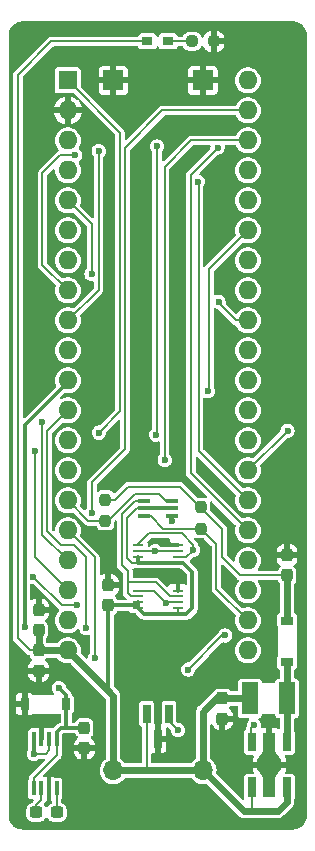
<source format=gbr>
G04 #@! TF.GenerationSoftware,KiCad,Pcbnew,8.0.4+dfsg-1*
G04 #@! TF.CreationDate,2025-03-05T20:28:27+09:00*
G04 #@! TF.ProjectId,bionic-p8080,62696f6e-6963-42d7-9038-3038302e6b69,2*
G04 #@! TF.SameCoordinates,Original*
G04 #@! TF.FileFunction,Copper,L1,Top*
G04 #@! TF.FilePolarity,Positive*
%FSLAX46Y46*%
G04 Gerber Fmt 4.6, Leading zero omitted, Abs format (unit mm)*
G04 Created by KiCad (PCBNEW 8.0.4+dfsg-1) date 2025-03-05 20:28:27*
%MOMM*%
%LPD*%
G01*
G04 APERTURE LIST*
G04 Aperture macros list*
%AMRoundRect*
0 Rectangle with rounded corners*
0 $1 Rounding radius*
0 $2 $3 $4 $5 $6 $7 $8 $9 X,Y pos of 4 corners*
0 Add a 4 corners polygon primitive as box body*
4,1,4,$2,$3,$4,$5,$6,$7,$8,$9,$2,$3,0*
0 Add four circle primitives for the rounded corners*
1,1,$1+$1,$2,$3*
1,1,$1+$1,$4,$5*
1,1,$1+$1,$6,$7*
1,1,$1+$1,$8,$9*
0 Add four rect primitives between the rounded corners*
20,1,$1+$1,$2,$3,$4,$5,0*
20,1,$1+$1,$4,$5,$6,$7,0*
20,1,$1+$1,$6,$7,$8,$9,0*
20,1,$1+$1,$8,$9,$2,$3,0*%
%AMFreePoly0*
4,1,13,0.500000,1.050000,1.000000,0.350000,1.000000,-0.450000,0.500000,-1.150000,0.500000,-2.750000,-0.500000,-2.750000,-0.500000,-1.150000,-1.000000,-0.450000,-1.000000,0.350000,-0.500000,1.050000,-0.500000,2.750000,0.500000,2.750000,0.500000,1.050000,0.500000,1.050000,$1*%
G04 Aperture macros list end*
G04 #@! TA.AperFunction,SMDPad,CuDef*
%ADD10RoundRect,0.237500X0.237500X-0.300000X0.237500X0.300000X-0.237500X0.300000X-0.237500X-0.300000X0*%
G04 #@! TD*
G04 #@! TA.AperFunction,SMDPad,CuDef*
%ADD11R,0.762000X1.041400*%
G04 #@! TD*
G04 #@! TA.AperFunction,SMDPad,CuDef*
%ADD12RoundRect,0.237500X-0.250000X-0.237500X0.250000X-0.237500X0.250000X0.237500X-0.250000X0.237500X0*%
G04 #@! TD*
G04 #@! TA.AperFunction,ComponentPad*
%ADD13R,1.600000X1.600000*%
G04 #@! TD*
G04 #@! TA.AperFunction,ComponentPad*
%ADD14O,1.600000X1.600000*%
G04 #@! TD*
G04 #@! TA.AperFunction,SMDPad,CuDef*
%ADD15R,0.965200X0.279400*%
G04 #@! TD*
G04 #@! TA.AperFunction,SMDPad,CuDef*
%ADD16R,0.700000X1.700000*%
G04 #@! TD*
G04 #@! TA.AperFunction,SMDPad,CuDef*
%ADD17R,0.700000X1.600000*%
G04 #@! TD*
G04 #@! TA.AperFunction,SMDPad,CuDef*
%ADD18FreePoly0,180.000000*%
G04 #@! TD*
G04 #@! TA.AperFunction,SMDPad,CuDef*
%ADD19RoundRect,0.237500X-0.237500X0.250000X-0.237500X-0.250000X0.237500X-0.250000X0.237500X0.250000X0*%
G04 #@! TD*
G04 #@! TA.AperFunction,SMDPad,CuDef*
%ADD20R,0.355600X1.206500*%
G04 #@! TD*
G04 #@! TA.AperFunction,SMDPad,CuDef*
%ADD21R,1.371600X2.743200*%
G04 #@! TD*
G04 #@! TA.AperFunction,SMDPad,CuDef*
%ADD22R,0.965200X0.762000*%
G04 #@! TD*
G04 #@! TA.AperFunction,SMDPad,CuDef*
%ADD23R,0.660400X1.625600*%
G04 #@! TD*
G04 #@! TA.AperFunction,SMDPad,CuDef*
%ADD24RoundRect,0.237500X-0.237500X0.300000X-0.237500X-0.300000X0.237500X-0.300000X0.237500X0.300000X0*%
G04 #@! TD*
G04 #@! TA.AperFunction,SMDPad,CuDef*
%ADD25RoundRect,0.237500X-0.300000X-0.237500X0.300000X-0.237500X0.300000X0.237500X-0.300000X0.237500X0*%
G04 #@! TD*
G04 #@! TA.AperFunction,SMDPad,CuDef*
%ADD26R,1.041400X0.762000*%
G04 #@! TD*
G04 #@! TA.AperFunction,SMDPad,CuDef*
%ADD27R,0.990600X0.355600*%
G04 #@! TD*
G04 #@! TA.AperFunction,ComponentPad*
%ADD28O,1.700000X1.700000*%
G04 #@! TD*
G04 #@! TA.AperFunction,ComponentPad*
%ADD29R,1.700000X1.700000*%
G04 #@! TD*
G04 #@! TA.AperFunction,ViaPad*
%ADD30C,0.600000*%
G04 #@! TD*
G04 #@! TA.AperFunction,Conductor*
%ADD31C,0.200000*%
G04 #@! TD*
G04 #@! TA.AperFunction,Conductor*
%ADD32C,0.600000*%
G04 #@! TD*
G04 #@! TA.AperFunction,Conductor*
%ADD33C,0.300000*%
G04 #@! TD*
G04 APERTURE END LIST*
D10*
X124647400Y-115265000D03*
X124647400Y-116990000D03*
D11*
X102435100Y-127886600D03*
X105914900Y-127886600D03*
D12*
X116597500Y-71778000D03*
X118422500Y-71778000D03*
D13*
X106080000Y-75080000D03*
D14*
X106080000Y-77620000D03*
X106080000Y-80160000D03*
X106080000Y-82700000D03*
X106080000Y-85240000D03*
X106080000Y-87780000D03*
X106080000Y-90320000D03*
X106080000Y-92860000D03*
X106080000Y-95400000D03*
X106080000Y-97940000D03*
X106080000Y-100480000D03*
X106080000Y-103020000D03*
X106080000Y-105560000D03*
X106080000Y-108100000D03*
X106080000Y-110640000D03*
X106080000Y-113180000D03*
X106080000Y-115720000D03*
X106080000Y-118260000D03*
X106080000Y-120800000D03*
X106080000Y-123340000D03*
X121320000Y-123340000D03*
X121320000Y-120800000D03*
X121320000Y-118260000D03*
X121320000Y-115720000D03*
X121320000Y-113180000D03*
X121320000Y-110640000D03*
X121320000Y-108100000D03*
X121320000Y-105560000D03*
X121320000Y-103020000D03*
X121320000Y-100480000D03*
X121320000Y-97940000D03*
X121320000Y-95400000D03*
X121320000Y-92860000D03*
X121320000Y-90320000D03*
X121320000Y-87780000D03*
X121320000Y-85240000D03*
X121320000Y-82700000D03*
X121320000Y-80160000D03*
X121320000Y-77620000D03*
X121320000Y-75080000D03*
D15*
X115401800Y-115950389D03*
X115401800Y-115450263D03*
X115401800Y-114950137D03*
X115401800Y-114450011D03*
X112049000Y-114450011D03*
X112049000Y-114950137D03*
X112049000Y-115450263D03*
X112049000Y-115950389D03*
D16*
X124647400Y-134937000D03*
X121647400Y-134937000D03*
D17*
X121647400Y-131087000D03*
D18*
X123147400Y-133037000D03*
D17*
X124647400Y-131087000D03*
D19*
X109255000Y-110567600D03*
X109255000Y-112392600D03*
D20*
X103200001Y-130820300D03*
X103849999Y-130820300D03*
X104500001Y-130820300D03*
X105149999Y-130820300D03*
X105149999Y-135024000D03*
X104500001Y-135024000D03*
X103849999Y-135024000D03*
X103200001Y-135024000D03*
D21*
X121497800Y-127404000D03*
X124647400Y-127404000D03*
D22*
X114576300Y-71778000D03*
X112823700Y-71778000D03*
D23*
X114650001Y-128699400D03*
X112749999Y-128699400D03*
X113700000Y-130831400D03*
D24*
X107477000Y-129894300D03*
X107477000Y-131619300D03*
X119161000Y-127404000D03*
X119161000Y-129129000D03*
D25*
X103415200Y-137056000D03*
X105140200Y-137056000D03*
D10*
X103616200Y-121636000D03*
X103616200Y-119911000D03*
D26*
X124647400Y-120825400D03*
X124647400Y-124305200D03*
D27*
X112557000Y-110650401D03*
X112557000Y-111300400D03*
X112557000Y-111950399D03*
X114893800Y-111950399D03*
X114893800Y-111300400D03*
X114893800Y-110650401D03*
D15*
X115401800Y-119772189D03*
X115401800Y-119272063D03*
X115401800Y-118771937D03*
X115401800Y-118271811D03*
X112049000Y-118271811D03*
X112049000Y-118771937D03*
X112049000Y-119272063D03*
X112049000Y-119772189D03*
D10*
X109509000Y-119530000D03*
X109509000Y-117805000D03*
D24*
X103616200Y-123340000D03*
X103616200Y-125065000D03*
D19*
X117383000Y-111228000D03*
X117383000Y-113053000D03*
D28*
X117514600Y-133500000D03*
D29*
X117514600Y-75080000D03*
X109936200Y-75080000D03*
D28*
X109936200Y-133500000D03*
D30*
X106283200Y-136090800D03*
X103200001Y-132103000D03*
X101660400Y-126388000D03*
X112049000Y-96670000D03*
X114462000Y-114069000D03*
X125384000Y-132357000D03*
X125765000Y-112697400D03*
X114716000Y-123340000D03*
X111541000Y-125880000D03*
X113700000Y-134770000D03*
X109255000Y-109370000D03*
X107858000Y-106957000D03*
X109940800Y-114424600D03*
X119846800Y-131595000D03*
X117383000Y-116990000D03*
X112303000Y-80668000D03*
X115325600Y-98041600D03*
X103260600Y-118641000D03*
X113700000Y-132560200D03*
X114081000Y-117117000D03*
X107654800Y-121460400D03*
X118843500Y-93812500D03*
X114418433Y-119290666D03*
X116694700Y-114831000D03*
X124685500Y-104734500D03*
X117094000Y-83643350D03*
X118759200Y-80760000D03*
X114280600Y-107211000D03*
X108112000Y-111681400D03*
X108096200Y-91463000D03*
X103302000Y-106490400D03*
X106715000Y-81430000D03*
X108691600Y-81049000D03*
X124647400Y-118082200D03*
X121828000Y-129690000D03*
X113561035Y-105065435D03*
X113623400Y-80668000D03*
X108696200Y-104899600D03*
X117967200Y-101394400D03*
X108366000Y-123949600D03*
X119415000Y-122070000D03*
X116270000Y-124961000D03*
X106842000Y-119530000D03*
X103097800Y-117117000D03*
X103902000Y-103985200D03*
X115404100Y-130094100D03*
X102453600Y-121386200D03*
X105318000Y-126515000D03*
X113487200Y-114950100D03*
X114893800Y-112418000D03*
D31*
X121828000Y-129690000D02*
X121574000Y-129944000D01*
X121574000Y-129944000D02*
X121574000Y-130437400D01*
D32*
X117535400Y-133500000D02*
X117535400Y-128521600D01*
X117535400Y-128521600D02*
X118653000Y-127404000D01*
X118653000Y-127404000D02*
X121497800Y-127404000D01*
D31*
X121647400Y-134937000D02*
X121650200Y-134939800D01*
X121650200Y-134939800D02*
X121650200Y-136929000D01*
D32*
X117535400Y-133500000D02*
X120964400Y-136929000D01*
X120964400Y-136929000D02*
X123860000Y-136929000D01*
X123860000Y-136929000D02*
X124647400Y-136141600D01*
X124647400Y-136141600D02*
X124647400Y-134937000D01*
X124647400Y-124305200D02*
X124647400Y-131087000D01*
D33*
X105318000Y-126515000D02*
X105953000Y-127150000D01*
X105953000Y-127150000D02*
X105953000Y-129894300D01*
X105149999Y-130820300D02*
X105149999Y-130239001D01*
X105494700Y-129894300D02*
X107477000Y-129894300D01*
X105149999Y-130239001D02*
X105494700Y-129894300D01*
X103200001Y-132103000D02*
X103200001Y-130820300D01*
D31*
X104202299Y-132103000D02*
X104500001Y-131805298D01*
X103200001Y-132103000D02*
X104202299Y-132103000D01*
X104500001Y-131805298D02*
X104500001Y-130820300D01*
X105149999Y-130820300D02*
X105149999Y-132194801D01*
X105149999Y-132194801D02*
X103200001Y-134144799D01*
X103200001Y-134144799D02*
X103200001Y-135024000D01*
X103415200Y-137056000D02*
X103415200Y-136406100D01*
X103415200Y-136406100D02*
X103849999Y-135971301D01*
X103849999Y-135971301D02*
X103849999Y-135024000D01*
X105140200Y-137056000D02*
X105140200Y-135033799D01*
X105140200Y-135033799D02*
X105149999Y-135024000D01*
D33*
X103200001Y-130896450D02*
X103200001Y-131074250D01*
X109936200Y-127196200D02*
X109509000Y-126769000D01*
X109509000Y-126769000D02*
X109509000Y-119530000D01*
D32*
X109936200Y-127196200D02*
X106080000Y-123340000D01*
X109936200Y-127196200D02*
X109936200Y-133500000D01*
D31*
X108366000Y-115466000D02*
X106080000Y-113180000D01*
X108366000Y-123949600D02*
X108366000Y-115466000D01*
X107654800Y-121460400D02*
X107654800Y-115466000D01*
X105495800Y-114450000D02*
X104302000Y-113256200D01*
X104302000Y-104798000D02*
X106080000Y-103020000D01*
X107654800Y-115466000D02*
X106638800Y-114450000D01*
X106638800Y-114450000D02*
X105495800Y-114450000D01*
X104302000Y-113256200D02*
X104302000Y-104798000D01*
D32*
X112760200Y-133500000D02*
X109936200Y-133500000D01*
D31*
X124647400Y-118082200D02*
X124647400Y-120825400D01*
X124647400Y-116990000D02*
X120685000Y-116990000D01*
X120685000Y-116990000D02*
X119161000Y-115466000D01*
X119161000Y-115466000D02*
X119161000Y-113053000D01*
X115605000Y-109497000D02*
X111160000Y-109497000D01*
X119161000Y-113053000D02*
X115605000Y-109497000D01*
X111160000Y-109497000D02*
X110089400Y-110567600D01*
X110089400Y-110567600D02*
X109255000Y-110567600D01*
D32*
X124647400Y-120825400D02*
X124647400Y-116990000D01*
D31*
X111896600Y-111300400D02*
X111052000Y-112145000D01*
D33*
X112049000Y-115950400D02*
X115835400Y-115950400D01*
X112568800Y-120292000D02*
X112049000Y-119772200D01*
D31*
X112760200Y-133500000D02*
X112760200Y-128709600D01*
D33*
X109509000Y-119530000D02*
X111806811Y-119530000D01*
X116113000Y-120292000D02*
X115478000Y-120292000D01*
D32*
X106080000Y-123340000D02*
X103616200Y-123340000D01*
D31*
X104683000Y-71778000D02*
X101853600Y-74607400D01*
D33*
X116621000Y-119784000D02*
X116113000Y-120292000D01*
X111806811Y-119530000D02*
X112049000Y-119772189D01*
D32*
X103616200Y-123340000D02*
X103616200Y-121636000D01*
D31*
X112823700Y-71778000D02*
X104683000Y-71778000D01*
X101853600Y-74607400D02*
X101853600Y-122314000D01*
D33*
X115835400Y-115950400D02*
X116621000Y-116736000D01*
D31*
X111517389Y-115950389D02*
X112049000Y-115950389D01*
D33*
X112049000Y-119772189D02*
X112049000Y-119272063D01*
D31*
X117535400Y-133500000D02*
X117510000Y-133500000D01*
X102879600Y-123340000D02*
X103616200Y-123340000D01*
X115401800Y-119772189D02*
X115401800Y-120215800D01*
D33*
X115478000Y-120292000D02*
X112568800Y-120292000D01*
X116621000Y-116736000D02*
X116621000Y-119784000D01*
D32*
X117510000Y-133500000D02*
X112760200Y-133500000D01*
D31*
X111052000Y-115485000D02*
X111517389Y-115950389D01*
D33*
X112049000Y-115450300D02*
X112049000Y-115950400D01*
D31*
X112557000Y-111300400D02*
X111896600Y-111300400D01*
D33*
X114893800Y-111300400D02*
X112557000Y-111300400D01*
D31*
X112760200Y-128709600D02*
X112750000Y-128699400D01*
X111052000Y-112145000D02*
X111052000Y-115485000D01*
X115401800Y-120215800D02*
X115478000Y-120292000D01*
X101853600Y-122314000D02*
X102879600Y-123340000D01*
D33*
X114843011Y-114450011D02*
X115401800Y-114450011D01*
X115401800Y-118271811D02*
X115401800Y-117701200D01*
X114462000Y-114069000D02*
X114843011Y-114450011D01*
D31*
X118843500Y-93812500D02*
X118843500Y-93939500D01*
X120304000Y-95400000D02*
X121320000Y-95400000D01*
X118843500Y-93939500D02*
X120304000Y-95400000D01*
X114418433Y-119290666D02*
X114437036Y-119272063D01*
X114418433Y-119290666D02*
X113399567Y-118271800D01*
X113399567Y-118271800D02*
X112049000Y-118271800D01*
X114437036Y-119272063D02*
X115401800Y-119272063D01*
X116694700Y-114879537D02*
X116123937Y-115450300D01*
X115732000Y-113434000D02*
X112938000Y-113434000D01*
X116694700Y-114831000D02*
X116694700Y-114879537D01*
X112938000Y-113434000D02*
X112049000Y-114323000D01*
X116123937Y-115450300D02*
X115401800Y-115450300D01*
X116694700Y-114396700D02*
X115732000Y-113434000D01*
X112049000Y-114323000D02*
X112049000Y-114450000D01*
X116694700Y-114831000D02*
X116694700Y-114396700D01*
X124685500Y-104734500D02*
X121320000Y-108100000D01*
X117147300Y-106467300D02*
X121320000Y-110640000D01*
X117147300Y-83696650D02*
X117147300Y-106467300D01*
X117094000Y-83643350D02*
X117147300Y-83696650D01*
X118759200Y-80815800D02*
X116494000Y-83081000D01*
X116494000Y-108354000D02*
X121320000Y-113180000D01*
X118759200Y-80760000D02*
X118759200Y-80815800D01*
X116494000Y-83081000D02*
X116494000Y-108354000D01*
X116494000Y-80160000D02*
X121320000Y-80160000D01*
X114280600Y-107211000D02*
X114280600Y-82373400D01*
X114280600Y-82373400D02*
X116494000Y-80160000D01*
X108112000Y-109116000D02*
X110906000Y-106322000D01*
X110906000Y-106322000D02*
X110906000Y-80795000D01*
X114081000Y-77620000D02*
X121320000Y-77620000D01*
X108112000Y-111681400D02*
X108112000Y-109116000D01*
X110906000Y-80795000D02*
X114081000Y-77620000D01*
X108096200Y-91463000D02*
X108086600Y-91453400D01*
X108086600Y-87246600D02*
X106080000Y-85240000D01*
X108086600Y-91453400D02*
X108086600Y-87246600D01*
X103302000Y-106490400D02*
X103286000Y-106506400D01*
X103286000Y-106506400D02*
X103286000Y-115466000D01*
X103286000Y-115466000D02*
X106080000Y-118260000D01*
X105445000Y-81430000D02*
X103921000Y-82954000D01*
X103921000Y-82954000D02*
X103921000Y-90701000D01*
X103921000Y-90701000D02*
X106080000Y-92860000D01*
X106715000Y-81430000D02*
X105445000Y-81430000D01*
X108696200Y-81053600D02*
X108696200Y-92783800D01*
X108696200Y-92783800D02*
X106080000Y-95400000D01*
X108691600Y-81049000D02*
X108696200Y-81053600D01*
X113623400Y-80668000D02*
X113623400Y-105003070D01*
X113623400Y-105003070D02*
X113561035Y-105065435D01*
X110506000Y-79506000D02*
X106080000Y-75080000D01*
X108696200Y-104899600D02*
X110506000Y-103089800D01*
X110506000Y-103089800D02*
X110506000Y-79506000D01*
X118018000Y-101343600D02*
X118018000Y-91082000D01*
X118018000Y-91082000D02*
X121320000Y-87780000D01*
X117967200Y-101394400D02*
X118018000Y-101343600D01*
X119415000Y-122070000D02*
X119161000Y-122070000D01*
X119161000Y-122070000D02*
X116270000Y-124961000D01*
X105562250Y-119530000D02*
X106842000Y-119530000D01*
X103097800Y-117117000D02*
X103149250Y-117117000D01*
X103149250Y-117117000D02*
X105562250Y-119530000D01*
X114576300Y-71778000D02*
X116597500Y-71778000D01*
X103902000Y-103985200D02*
X103902000Y-113542000D01*
X103902000Y-113542000D02*
X106080000Y-115720000D01*
X114650000Y-129340000D02*
X114650000Y-128699400D01*
X115404100Y-130094100D02*
X114650000Y-129340000D01*
D33*
X106080000Y-100607000D02*
X106080000Y-100480000D01*
X102447800Y-104239200D02*
X106080000Y-100607000D01*
X102453600Y-121386200D02*
X102447800Y-121380400D01*
X102447800Y-121380400D02*
X102447800Y-104239200D01*
D31*
X114893800Y-110650401D02*
X114396201Y-110650401D01*
X111791200Y-110055800D02*
X110220200Y-111626800D01*
X114396201Y-110650401D02*
X113801600Y-110055800D01*
X106080000Y-110640000D02*
X107823000Y-112383000D01*
X107823000Y-112383000D02*
X109464000Y-112383000D01*
X113801600Y-110055800D02*
X111791200Y-110055800D01*
X109464000Y-112383000D02*
X110220200Y-111626800D01*
X115401800Y-118771900D02*
X114719900Y-118771900D01*
X111461900Y-118771900D02*
X111160000Y-118470000D01*
X112049000Y-118771900D02*
X111461900Y-118771900D01*
X114719900Y-118771900D02*
X113522200Y-117574200D01*
X110652000Y-116101000D02*
X110652000Y-111808400D01*
X110652000Y-111808400D02*
X111810000Y-110650400D01*
X111810000Y-110650400D02*
X112557000Y-110650400D01*
X111160000Y-116609000D02*
X110652000Y-116101000D01*
X111160000Y-118470000D02*
X111160000Y-116609000D01*
X113522200Y-117574200D02*
X111160000Y-117574200D01*
X113487200Y-114950100D02*
X115401800Y-114950100D01*
X114893800Y-112418000D02*
X114893800Y-111950400D01*
X112049000Y-114950100D02*
X113487200Y-114950100D01*
X117348000Y-113018000D02*
X118653000Y-114323000D01*
X118653000Y-114323000D02*
X118653000Y-118133000D01*
X118653000Y-118133000D02*
X121320000Y-120800000D01*
X114160300Y-113018000D02*
X117348000Y-113018000D01*
X112557000Y-111950400D02*
X113092700Y-111950400D01*
X113092700Y-111950400D02*
X114160300Y-113018000D01*
G04 #@! TA.AperFunction,Conductor*
G36*
X116928604Y-113795788D02*
G01*
X117016923Y-113830617D01*
X117103382Y-113841000D01*
X117563599Y-113841000D01*
X117621790Y-113859907D01*
X117633603Y-113869996D01*
X118223504Y-114459896D01*
X118251281Y-114514413D01*
X118252500Y-114529900D01*
X118252500Y-118080273D01*
X118252500Y-118185727D01*
X118272401Y-118260000D01*
X118279794Y-118287592D01*
X118332516Y-118378908D01*
X118332517Y-118378909D01*
X118332518Y-118378910D01*
X118332520Y-118378913D01*
X119309412Y-119355805D01*
X120262663Y-120309056D01*
X120290440Y-120363573D01*
X120287880Y-120406152D01*
X120233603Y-120596915D01*
X120228453Y-120652492D01*
X120214785Y-120800000D01*
X120233603Y-121003083D01*
X120289418Y-121199250D01*
X120380327Y-121381821D01*
X120503236Y-121544579D01*
X120653959Y-121681981D01*
X120827363Y-121789348D01*
X121017544Y-121863024D01*
X121218024Y-121900500D01*
X121421976Y-121900500D01*
X121622456Y-121863024D01*
X121812637Y-121789348D01*
X121986041Y-121681981D01*
X122136764Y-121544579D01*
X122259673Y-121381821D01*
X122350582Y-121199250D01*
X122406397Y-121003083D01*
X122425215Y-120800000D01*
X122406397Y-120596917D01*
X122350582Y-120400750D01*
X122259673Y-120218179D01*
X122136764Y-120055421D01*
X121986041Y-119918019D01*
X121812637Y-119810652D01*
X121622456Y-119736976D01*
X121622455Y-119736975D01*
X121622453Y-119736975D01*
X121421976Y-119699500D01*
X121218024Y-119699500D01*
X121017544Y-119736975D01*
X120937739Y-119767892D01*
X120876648Y-119771282D01*
X120831973Y-119745581D01*
X119082496Y-117996103D01*
X119054719Y-117941586D01*
X119053500Y-117926099D01*
X119053500Y-116163901D01*
X119072407Y-116105710D01*
X119121907Y-116069746D01*
X119183093Y-116069746D01*
X119222504Y-116093897D01*
X120364520Y-117235913D01*
X120364519Y-117235913D01*
X120439086Y-117310479D01*
X120439087Y-117310480D01*
X120498757Y-117344930D01*
X120539698Y-117390398D01*
X120546094Y-117451249D01*
X120515954Y-117503826D01*
X120503236Y-117515421D01*
X120472473Y-117556158D01*
X120380328Y-117678177D01*
X120380323Y-117678186D01*
X120289419Y-117860747D01*
X120289418Y-117860750D01*
X120233603Y-118056917D01*
X120214785Y-118260000D01*
X120233603Y-118463083D01*
X120289418Y-118659250D01*
X120380327Y-118841821D01*
X120503236Y-119004579D01*
X120653959Y-119141981D01*
X120827363Y-119249348D01*
X121017544Y-119323024D01*
X121218024Y-119360500D01*
X121421976Y-119360500D01*
X121622456Y-119323024D01*
X121812637Y-119249348D01*
X121986041Y-119141981D01*
X122136764Y-119004579D01*
X122259673Y-118841821D01*
X122350582Y-118659250D01*
X122406397Y-118463083D01*
X122425215Y-118260000D01*
X122406397Y-118056917D01*
X122350582Y-117860750D01*
X122259673Y-117678179D01*
X122162240Y-117549157D01*
X122142263Y-117491330D01*
X122160092Y-117432799D01*
X122208918Y-117395927D01*
X122241246Y-117390500D01*
X123803832Y-117390500D01*
X123862023Y-117409407D01*
X123895928Y-117453178D01*
X123936538Y-117556158D01*
X123936539Y-117556160D01*
X123936540Y-117556161D01*
X124026784Y-117675166D01*
X124046879Y-117732957D01*
X124046900Y-117734985D01*
X124046900Y-118036349D01*
X124046053Y-118049271D01*
X124041718Y-118082199D01*
X124041718Y-118082200D01*
X124046053Y-118115127D01*
X124046900Y-118128049D01*
X124046900Y-120086637D01*
X124027993Y-120144828D01*
X123987890Y-120177201D01*
X123953936Y-120192193D01*
X123874494Y-120271635D01*
X123829114Y-120374411D01*
X123826200Y-120399530D01*
X123826200Y-121251260D01*
X123826201Y-121251263D01*
X123829114Y-121276390D01*
X123835756Y-121291431D01*
X123838864Y-121298471D01*
X123838865Y-121298472D01*
X123847300Y-121338460D01*
X123847300Y-123792139D01*
X123838865Y-123832127D01*
X123829115Y-123854207D01*
X123829114Y-123854210D01*
X123826200Y-123879330D01*
X123826200Y-124731060D01*
X123826201Y-124731063D01*
X123829114Y-124756190D01*
X123850328Y-124804233D01*
X123874494Y-124858965D01*
X123874495Y-124858966D01*
X123953934Y-124938406D01*
X123953936Y-124938407D01*
X123987886Y-124953397D01*
X124033483Y-124994196D01*
X124046900Y-125043962D01*
X124046900Y-125632900D01*
X124027993Y-125691091D01*
X123978493Y-125727055D01*
X123947903Y-125731900D01*
X123916739Y-125731900D01*
X123916735Y-125731901D01*
X123891609Y-125734814D01*
X123788835Y-125780194D01*
X123709394Y-125859635D01*
X123664014Y-125962411D01*
X123661100Y-125987530D01*
X123661100Y-126009600D01*
X123642193Y-126067791D01*
X123592693Y-126103755D01*
X123562100Y-126108600D01*
X122583099Y-126108600D01*
X122524908Y-126089693D01*
X122488944Y-126040193D01*
X122484099Y-126009600D01*
X122484099Y-125987539D01*
X122484099Y-125987536D01*
X122481185Y-125962409D01*
X122435806Y-125859635D01*
X122356365Y-125780194D01*
X122253591Y-125734815D01*
X122253590Y-125734814D01*
X122253588Y-125734814D01*
X122228468Y-125731900D01*
X120767139Y-125731900D01*
X120767136Y-125731901D01*
X120742009Y-125734814D01*
X120639235Y-125780194D01*
X120559794Y-125859635D01*
X120514414Y-125962411D01*
X120511500Y-125987530D01*
X120511500Y-126704500D01*
X120492593Y-126762691D01*
X120443093Y-126798655D01*
X120412500Y-126803500D01*
X119894992Y-126803500D01*
X119836801Y-126784593D01*
X119816108Y-126764319D01*
X119782500Y-126720000D01*
X119664658Y-126630638D01*
X119527079Y-126576383D01*
X119440620Y-126566000D01*
X119440618Y-126566000D01*
X118881382Y-126566000D01*
X118881379Y-126566000D01*
X118794920Y-126576383D01*
X118657341Y-126630638D01*
X118539503Y-126719997D01*
X118539496Y-126720004D01*
X118471745Y-126809347D01*
X118426689Y-126840691D01*
X118427207Y-126841941D01*
X118421211Y-126844424D01*
X118371095Y-126873359D01*
X118284284Y-126923479D01*
X118172479Y-127035283D01*
X118172480Y-127035284D01*
X118172478Y-127035286D01*
X117166686Y-128041078D01*
X117166684Y-128041080D01*
X117166683Y-128041079D01*
X117054879Y-128152884D01*
X117054878Y-128152886D01*
X117044150Y-128171467D01*
X117040748Y-128177362D01*
X117029068Y-128197592D01*
X116975824Y-128289811D01*
X116975823Y-128289815D01*
X116934899Y-128442543D01*
X116934899Y-128442545D01*
X116934899Y-128608631D01*
X116934900Y-128608644D01*
X116934900Y-132450607D01*
X116915993Y-132508798D01*
X116888018Y-132534778D01*
X116818295Y-132577949D01*
X116660735Y-132721586D01*
X116660731Y-132721589D01*
X116660728Y-132721593D01*
X116556084Y-132860161D01*
X116505929Y-132895204D01*
X116477082Y-132899500D01*
X113259700Y-132899500D01*
X113201509Y-132880593D01*
X113165545Y-132831093D01*
X113160700Y-132800500D01*
X113160700Y-132131982D01*
X113179607Y-132073791D01*
X113229107Y-132037827D01*
X113275188Y-132034201D01*
X113338316Y-132044199D01*
X113450000Y-132044199D01*
X113450000Y-131081401D01*
X113950000Y-131081401D01*
X113950000Y-132044198D01*
X113950001Y-132044199D01*
X114061683Y-132044199D01*
X114061685Y-132044198D01*
X114155341Y-132029366D01*
X114155351Y-132029363D01*
X114268243Y-131971841D01*
X114357841Y-131882243D01*
X114415363Y-131769351D01*
X114415364Y-131769347D01*
X114430200Y-131675684D01*
X114430200Y-131081401D01*
X114430199Y-131081400D01*
X113950001Y-131081400D01*
X113950000Y-131081401D01*
X113450000Y-131081401D01*
X113450000Y-129618601D01*
X113950000Y-129618601D01*
X113950000Y-130581399D01*
X113950001Y-130581400D01*
X114430198Y-130581400D01*
X114430199Y-130581399D01*
X114430199Y-129987116D01*
X114421308Y-129930976D01*
X114430880Y-129870544D01*
X114474145Y-129827280D01*
X114534577Y-129817709D01*
X114589093Y-129845486D01*
X114769422Y-130025815D01*
X114797199Y-130080332D01*
X114798081Y-130091545D01*
X114819055Y-130250858D01*
X114819057Y-130250866D01*
X114879562Y-130396938D01*
X114879562Y-130396939D01*
X114915520Y-130443800D01*
X114975818Y-130522382D01*
X115101259Y-130618636D01*
X115101260Y-130618636D01*
X115101261Y-130618637D01*
X115218633Y-130667254D01*
X115247338Y-130679144D01*
X115364909Y-130694622D01*
X115404099Y-130699782D01*
X115404100Y-130699782D01*
X115404101Y-130699782D01*
X115435452Y-130695654D01*
X115560862Y-130679144D01*
X115706941Y-130618636D01*
X115832382Y-130522382D01*
X115928636Y-130396941D01*
X115989144Y-130250862D01*
X116009782Y-130094100D01*
X116007969Y-130080332D01*
X115989144Y-129937341D01*
X115989144Y-129937338D01*
X115944226Y-129828897D01*
X115928637Y-129791261D01*
X115928637Y-129791260D01*
X115832386Y-129665823D01*
X115832385Y-129665822D01*
X115832382Y-129665818D01*
X115832377Y-129665814D01*
X115832376Y-129665813D01*
X115723397Y-129582191D01*
X115706941Y-129569564D01*
X115706940Y-129569563D01*
X115706938Y-129569562D01*
X115560866Y-129509057D01*
X115560858Y-129509055D01*
X115397667Y-129487571D01*
X115397894Y-129485843D01*
X115347628Y-129469511D01*
X115335815Y-129459422D01*
X115309696Y-129433303D01*
X115281919Y-129378786D01*
X115280700Y-129363299D01*
X115280700Y-127841739D01*
X115280700Y-127841736D01*
X115277786Y-127816609D01*
X115232407Y-127713835D01*
X115152966Y-127634394D01*
X115050192Y-127589015D01*
X115050191Y-127589014D01*
X115050189Y-127589014D01*
X115025069Y-127586100D01*
X114274940Y-127586100D01*
X114274937Y-127586101D01*
X114249810Y-127589014D01*
X114147036Y-127634394D01*
X114067595Y-127713835D01*
X114022215Y-127816611D01*
X114019301Y-127841730D01*
X114019301Y-127841732D01*
X114019301Y-127841735D01*
X114019301Y-128695848D01*
X114019302Y-129519600D01*
X114000395Y-129577791D01*
X113965343Y-129603257D01*
X113950000Y-129618601D01*
X113450000Y-129618601D01*
X113435704Y-129604305D01*
X113421508Y-129599693D01*
X113385544Y-129550193D01*
X113380699Y-129519600D01*
X113380698Y-127841739D01*
X113380698Y-127841736D01*
X113377784Y-127816609D01*
X113332405Y-127713835D01*
X113252964Y-127634394D01*
X113150190Y-127589015D01*
X113150189Y-127589014D01*
X113150187Y-127589014D01*
X113125067Y-127586100D01*
X112374938Y-127586100D01*
X112374935Y-127586101D01*
X112349808Y-127589014D01*
X112247034Y-127634394D01*
X112167593Y-127713835D01*
X112122213Y-127816611D01*
X112119299Y-127841730D01*
X112119299Y-129557060D01*
X112119300Y-129557063D01*
X112122213Y-129582190D01*
X112147555Y-129639585D01*
X112167593Y-129684965D01*
X112247034Y-129764406D01*
X112300689Y-129788096D01*
X112346284Y-129828897D01*
X112359700Y-129878661D01*
X112359700Y-132800500D01*
X112340793Y-132858691D01*
X112291293Y-132894655D01*
X112260700Y-132899500D01*
X110973718Y-132899500D01*
X110915527Y-132880593D01*
X110894716Y-132860163D01*
X110790072Y-132721593D01*
X110692993Y-132633093D01*
X110632504Y-132577949D01*
X110583582Y-132547657D01*
X110544061Y-132500948D01*
X110536700Y-132463486D01*
X110536700Y-127117142D01*
X110532118Y-127100045D01*
X110532117Y-127100040D01*
X110522836Y-127065401D01*
X110495777Y-126964416D01*
X110416720Y-126827484D01*
X110304916Y-126715680D01*
X110304913Y-126715678D01*
X109988496Y-126399261D01*
X109960719Y-126344744D01*
X109959500Y-126329257D01*
X109959500Y-124960999D01*
X115664318Y-124960999D01*
X115664318Y-124961000D01*
X115684955Y-125117758D01*
X115684957Y-125117766D01*
X115745462Y-125263838D01*
X115745462Y-125263839D01*
X115841713Y-125389276D01*
X115841718Y-125389282D01*
X115967159Y-125485536D01*
X116113238Y-125546044D01*
X116230809Y-125561522D01*
X116269999Y-125566682D01*
X116270000Y-125566682D01*
X116270001Y-125566682D01*
X116301352Y-125562554D01*
X116426762Y-125546044D01*
X116572841Y-125485536D01*
X116698282Y-125389282D01*
X116794536Y-125263841D01*
X116855044Y-125117762D01*
X116875682Y-124961000D01*
X116875682Y-124960999D01*
X116876529Y-124954567D01*
X116878256Y-124954794D01*
X116894589Y-124904527D01*
X116904678Y-124892714D01*
X118006558Y-123790834D01*
X118457392Y-123340000D01*
X120214785Y-123340000D01*
X120233603Y-123543083D01*
X120289418Y-123739250D01*
X120380327Y-123921821D01*
X120503236Y-124084579D01*
X120653959Y-124221981D01*
X120827363Y-124329348D01*
X121017544Y-124403024D01*
X121218024Y-124440500D01*
X121421976Y-124440500D01*
X121622456Y-124403024D01*
X121812637Y-124329348D01*
X121986041Y-124221981D01*
X122136764Y-124084579D01*
X122259673Y-123921821D01*
X122350582Y-123739250D01*
X122406397Y-123543083D01*
X122425215Y-123340000D01*
X122406397Y-123136917D01*
X122350582Y-122940750D01*
X122259673Y-122758179D01*
X122136764Y-122595421D01*
X121986041Y-122458019D01*
X121812637Y-122350652D01*
X121622456Y-122276976D01*
X121622455Y-122276975D01*
X121622453Y-122276975D01*
X121421976Y-122239500D01*
X121218024Y-122239500D01*
X121017546Y-122276975D01*
X120947632Y-122304059D01*
X120827363Y-122350652D01*
X120653959Y-122458019D01*
X120503237Y-122595420D01*
X120380328Y-122758177D01*
X120380323Y-122758186D01*
X120289419Y-122940747D01*
X120289418Y-122940750D01*
X120233603Y-123136917D01*
X120214785Y-123340000D01*
X118457392Y-123340000D01*
X119129518Y-122667873D01*
X119184033Y-122640098D01*
X119237405Y-122646415D01*
X119247286Y-122650507D01*
X119258237Y-122655043D01*
X119258237Y-122655044D01*
X119414999Y-122675682D01*
X119415000Y-122675682D01*
X119415001Y-122675682D01*
X119446352Y-122671554D01*
X119571762Y-122655044D01*
X119717841Y-122594536D01*
X119843282Y-122498282D01*
X119939536Y-122372841D01*
X120000044Y-122226762D01*
X120020682Y-122070000D01*
X120000044Y-121913238D01*
X119939537Y-121767161D01*
X119939537Y-121767160D01*
X119843286Y-121641723D01*
X119843285Y-121641722D01*
X119843282Y-121641718D01*
X119843277Y-121641714D01*
X119843276Y-121641713D01*
X119717838Y-121545462D01*
X119571766Y-121484957D01*
X119571758Y-121484955D01*
X119415001Y-121464318D01*
X119414999Y-121464318D01*
X119258241Y-121484955D01*
X119258233Y-121484957D01*
X119112161Y-121545462D01*
X119112160Y-121545462D01*
X118986723Y-121641713D01*
X118986713Y-121641723D01*
X118890461Y-121767162D01*
X118887437Y-121772400D01*
X118871710Y-121792895D01*
X116338284Y-124326322D01*
X116283767Y-124354099D01*
X116272555Y-124354981D01*
X116113241Y-124375955D01*
X116113233Y-124375957D01*
X115967161Y-124436462D01*
X115967160Y-124436462D01*
X115841723Y-124532713D01*
X115841713Y-124532723D01*
X115745462Y-124658160D01*
X115745462Y-124658161D01*
X115684957Y-124804233D01*
X115684955Y-124804241D01*
X115664318Y-124960999D01*
X109959500Y-124960999D01*
X109959500Y-120391162D01*
X109978407Y-120332971D01*
X110009986Y-120304864D01*
X110012655Y-120303363D01*
X110012658Y-120303362D01*
X110130500Y-120214000D01*
X110219862Y-120096158D01*
X110240754Y-120043181D01*
X110279691Y-119995984D01*
X110332851Y-119980500D01*
X111203698Y-119980500D01*
X111261889Y-119999407D01*
X111294261Y-120039511D01*
X111314194Y-120084654D01*
X111393635Y-120164095D01*
X111496409Y-120209474D01*
X111521535Y-120212389D01*
X111811077Y-120212388D01*
X111869267Y-120231295D01*
X111881080Y-120241384D01*
X112292185Y-120652488D01*
X112292190Y-120652492D01*
X112394907Y-120711796D01*
X112394909Y-120711797D01*
X112394913Y-120711799D01*
X112419122Y-120718284D01*
X112419125Y-120718287D01*
X112419126Y-120718286D01*
X112509488Y-120742499D01*
X112509490Y-120742500D01*
X112509491Y-120742500D01*
X116172309Y-120742500D01*
X116262669Y-120718287D01*
X116262672Y-120718287D01*
X116275903Y-120714741D01*
X116286887Y-120711799D01*
X116389614Y-120652489D01*
X116981489Y-120060614D01*
X117026946Y-119981880D01*
X117040799Y-119957886D01*
X117071500Y-119843309D01*
X117071500Y-116676691D01*
X117040799Y-116562114D01*
X117040799Y-116562113D01*
X117040799Y-116562112D01*
X116981492Y-116459390D01*
X116981491Y-116459389D01*
X116981490Y-116459388D01*
X116981489Y-116459386D01*
X116401370Y-115879267D01*
X116373593Y-115824750D01*
X116383164Y-115764318D01*
X116401370Y-115739260D01*
X116520041Y-115620588D01*
X116681587Y-115459040D01*
X116736101Y-115431264D01*
X116738612Y-115430899D01*
X116851462Y-115416044D01*
X116997541Y-115355536D01*
X117122982Y-115259282D01*
X117219236Y-115133841D01*
X117279744Y-114987762D01*
X117300382Y-114831000D01*
X117279744Y-114674238D01*
X117272594Y-114656976D01*
X117219237Y-114528161D01*
X117219237Y-114528160D01*
X117119032Y-114397570D01*
X117120223Y-114396655D01*
X117095879Y-114348876D01*
X117095506Y-114346303D01*
X117095200Y-114343979D01*
X117095200Y-114343973D01*
X117067907Y-114242113D01*
X117050178Y-114211406D01*
X117015180Y-114150787D01*
X116940613Y-114076219D01*
X116940613Y-114076220D01*
X116822283Y-113957890D01*
X116794506Y-113903373D01*
X116804077Y-113842941D01*
X116847342Y-113799676D01*
X116907774Y-113790105D01*
X116928604Y-113795788D01*
G37*
G04 #@! TD.AperFunction*
G04 #@! TA.AperFunction,Conductor*
G36*
X103097800Y-117722682D02*
G01*
X103129576Y-117718498D01*
X103189737Y-117729647D01*
X103212504Y-117746647D01*
X105241770Y-119775913D01*
X105241769Y-119775913D01*
X105320925Y-119855068D01*
X105319901Y-119856091D01*
X105350377Y-119900429D01*
X105348778Y-119961593D01*
X105322152Y-120001711D01*
X105263237Y-120055419D01*
X105140328Y-120218177D01*
X105140323Y-120218186D01*
X105062534Y-120374409D01*
X105049418Y-120400750D01*
X104993603Y-120596917D01*
X104974785Y-120800000D01*
X104993603Y-121003083D01*
X105049418Y-121199250D01*
X105140327Y-121381821D01*
X105263236Y-121544579D01*
X105413959Y-121681981D01*
X105587363Y-121789348D01*
X105777544Y-121863024D01*
X105978024Y-121900500D01*
X106181976Y-121900500D01*
X106382456Y-121863024D01*
X106572637Y-121789348D01*
X106746041Y-121681981D01*
X106896764Y-121544579D01*
X106896766Y-121544576D01*
X106900146Y-121541495D01*
X106901064Y-121542502D01*
X106949226Y-121515081D01*
X107010037Y-121521843D01*
X107055260Y-121563056D01*
X107067380Y-121599116D01*
X107069755Y-121617159D01*
X107069757Y-121617166D01*
X107130262Y-121763238D01*
X107130262Y-121763239D01*
X107153018Y-121792895D01*
X107226518Y-121888682D01*
X107226522Y-121888685D01*
X107226523Y-121888686D01*
X107255259Y-121910736D01*
X107351959Y-121984936D01*
X107351960Y-121984936D01*
X107351961Y-121984937D01*
X107437369Y-122020314D01*
X107498038Y-122045444D01*
X107615609Y-122060922D01*
X107654799Y-122066082D01*
X107654800Y-122066082D01*
X107654801Y-122066082D01*
X107686152Y-122061954D01*
X107811562Y-122045444D01*
X107828613Y-122038380D01*
X107889609Y-122033579D01*
X107941779Y-122065547D01*
X107965195Y-122122074D01*
X107965500Y-122129844D01*
X107965500Y-123452529D01*
X107946593Y-123510720D01*
X107939276Y-123519287D01*
X107841462Y-123646760D01*
X107841462Y-123646761D01*
X107780957Y-123792833D01*
X107780955Y-123792840D01*
X107760754Y-123946281D01*
X107734413Y-124001506D01*
X107680642Y-124030700D01*
X107619980Y-124022714D01*
X107592597Y-124003362D01*
X107196368Y-123607133D01*
X107168591Y-123552616D01*
X107167794Y-123528003D01*
X107185215Y-123340000D01*
X107166397Y-123136917D01*
X107110582Y-122940750D01*
X107019673Y-122758179D01*
X106896764Y-122595421D01*
X106746041Y-122458019D01*
X106572637Y-122350652D01*
X106382456Y-122276976D01*
X106382455Y-122276975D01*
X106382453Y-122276975D01*
X106181976Y-122239500D01*
X105978024Y-122239500D01*
X105777546Y-122276975D01*
X105707632Y-122304059D01*
X105587363Y-122350652D01*
X105413959Y-122458019D01*
X105263236Y-122595421D01*
X105184139Y-122700162D01*
X105133984Y-122735204D01*
X105105137Y-122739500D01*
X104350192Y-122739500D01*
X104292001Y-122720593D01*
X104271308Y-122700319D01*
X104236816Y-122654834D01*
X104216721Y-122597043D01*
X104216700Y-122595015D01*
X104216700Y-122380985D01*
X104235607Y-122322794D01*
X104236816Y-122321166D01*
X104270326Y-122276976D01*
X104327062Y-122202158D01*
X104381317Y-122064577D01*
X104391700Y-121978118D01*
X104391700Y-121293882D01*
X104381317Y-121207423D01*
X104327062Y-121069842D01*
X104237700Y-120952000D01*
X104186628Y-120913271D01*
X104151685Y-120863044D01*
X104152939Y-120801872D01*
X104189909Y-120753119D01*
X104196053Y-120749173D01*
X104247531Y-120718729D01*
X104361428Y-120604832D01*
X104443418Y-120466193D01*
X104488354Y-120311523D01*
X104488356Y-120311516D01*
X104491200Y-120275377D01*
X104491200Y-120161001D01*
X104491199Y-120161000D01*
X103465200Y-120161000D01*
X103407009Y-120142093D01*
X103371045Y-120092593D01*
X103366200Y-120062000D01*
X103366200Y-118973501D01*
X103866200Y-118973501D01*
X103866200Y-119660999D01*
X103866201Y-119661000D01*
X104491198Y-119661000D01*
X104491199Y-119660999D01*
X104491199Y-119546622D01*
X104488355Y-119510480D01*
X104488354Y-119510475D01*
X104443418Y-119355805D01*
X104361428Y-119217167D01*
X104247532Y-119103271D01*
X104108893Y-119021281D01*
X103954223Y-118976345D01*
X103954216Y-118976343D01*
X103918078Y-118973500D01*
X103866201Y-118973500D01*
X103866200Y-118973501D01*
X103366200Y-118973501D01*
X103366200Y-118973499D01*
X103314322Y-118973500D01*
X103278180Y-118976344D01*
X103278175Y-118976345D01*
X103123503Y-119021282D01*
X103047694Y-119066115D01*
X102987982Y-119079462D01*
X102931829Y-119055161D01*
X102900684Y-119002496D01*
X102898300Y-118980901D01*
X102898300Y-117809305D01*
X102917207Y-117751114D01*
X102966707Y-117715150D01*
X103010221Y-117711152D01*
X103097800Y-117722682D01*
G37*
G04 #@! TD.AperFunction*
G04 #@! TA.AperFunction,Conductor*
G36*
X111963798Y-116393962D02*
G01*
X111980431Y-116398418D01*
X111989688Y-116400899D01*
X111989690Y-116400900D01*
X111989691Y-116400900D01*
X112108309Y-116400900D01*
X115607789Y-116400900D01*
X115665980Y-116419807D01*
X115677793Y-116429896D01*
X116141504Y-116893607D01*
X116169281Y-116948124D01*
X116170500Y-116963611D01*
X116170500Y-117667401D01*
X116151593Y-117725592D01*
X116102093Y-117761556D01*
X116040907Y-117761556D01*
X116026557Y-117755612D01*
X116009550Y-117746947D01*
X116009547Y-117746946D01*
X115915884Y-117732111D01*
X115541501Y-117732111D01*
X115541500Y-117732112D01*
X115541500Y-118232737D01*
X115522593Y-118290928D01*
X115473093Y-118326892D01*
X115442500Y-118331737D01*
X115361100Y-118331737D01*
X115302909Y-118312830D01*
X115266945Y-118263330D01*
X115262100Y-118232737D01*
X115262100Y-117732112D01*
X115262099Y-117732111D01*
X114887717Y-117732111D01*
X114887714Y-117732112D01*
X114794058Y-117746944D01*
X114794048Y-117746947D01*
X114681156Y-117804469D01*
X114591557Y-117894068D01*
X114586981Y-117900368D01*
X114585952Y-117899620D01*
X114548342Y-117937222D01*
X114487909Y-117946786D01*
X114433403Y-117919011D01*
X114318861Y-117804469D01*
X113768113Y-117253720D01*
X113768110Y-117253718D01*
X113768108Y-117253716D01*
X113676791Y-117200994D01*
X113676793Y-117200994D01*
X113637270Y-117190404D01*
X113574927Y-117173700D01*
X113574925Y-117173700D01*
X111659500Y-117173700D01*
X111601309Y-117154793D01*
X111565345Y-117105293D01*
X111560500Y-117074700D01*
X111560500Y-116556274D01*
X111560500Y-116556273D01*
X111549497Y-116515209D01*
X111552700Y-116454110D01*
X111591205Y-116406560D01*
X111645121Y-116390588D01*
X111938174Y-116390588D01*
X111963798Y-116393962D01*
G37*
G04 #@! TD.AperFunction*
G04 #@! TA.AperFunction,Conductor*
G36*
X114648509Y-113853407D02*
G01*
X114684473Y-113902907D01*
X114684473Y-113964093D01*
X114660322Y-114003504D01*
X114591558Y-114072267D01*
X114534036Y-114185159D01*
X114534035Y-114185163D01*
X114519200Y-114278826D01*
X114519200Y-114310310D01*
X114519201Y-114310311D01*
X115442500Y-114310311D01*
X115500691Y-114329218D01*
X115536655Y-114378718D01*
X115541500Y-114409311D01*
X115541500Y-114410937D01*
X115522593Y-114469128D01*
X115473093Y-114505092D01*
X115442500Y-114509937D01*
X114874339Y-114509937D01*
X114874336Y-114509938D01*
X114849209Y-114512851D01*
X114785086Y-114541165D01*
X114745098Y-114549600D01*
X113984271Y-114549600D01*
X113926080Y-114530693D01*
X113917512Y-114523376D01*
X113905831Y-114514413D01*
X113790041Y-114425564D01*
X113790040Y-114425563D01*
X113790038Y-114425562D01*
X113643966Y-114365057D01*
X113643958Y-114365055D01*
X113487201Y-114344418D01*
X113487199Y-114344418D01*
X113330441Y-114365055D01*
X113330433Y-114365057D01*
X113184361Y-114425562D01*
X113184360Y-114425562D01*
X113053770Y-114525768D01*
X113052709Y-114524386D01*
X113005616Y-114548381D01*
X112990129Y-114549600D01*
X112931100Y-114549600D01*
X112872909Y-114530693D01*
X112836945Y-114481193D01*
X112832100Y-114450601D01*
X112832099Y-114265451D01*
X112832099Y-114265447D01*
X112829185Y-114240320D01*
X112816417Y-114211405D01*
X112810209Y-114150537D01*
X112836979Y-114101413D01*
X112947489Y-113990904D01*
X113074897Y-113863496D01*
X113129413Y-113835719D01*
X113144900Y-113834500D01*
X114590318Y-113834500D01*
X114648509Y-113853407D01*
G37*
G04 #@! TD.AperFunction*
G04 #@! TA.AperFunction,Conductor*
G36*
X125133875Y-70075805D02*
G01*
X125309097Y-70089594D01*
X125324430Y-70092023D01*
X125491550Y-70132145D01*
X125506317Y-70136943D01*
X125665104Y-70202715D01*
X125678926Y-70209758D01*
X125825469Y-70299560D01*
X125838032Y-70308688D01*
X125968717Y-70420303D01*
X125979699Y-70431285D01*
X126091311Y-70561967D01*
X126100440Y-70574532D01*
X126190238Y-70721068D01*
X126197287Y-70734902D01*
X126263054Y-70893678D01*
X126267855Y-70908453D01*
X126307975Y-71075564D01*
X126310405Y-71090907D01*
X126324195Y-71266123D01*
X126324500Y-71273891D01*
X126324500Y-137306108D01*
X126324195Y-137313876D01*
X126310405Y-137489092D01*
X126307975Y-137504435D01*
X126267855Y-137671546D01*
X126263054Y-137686321D01*
X126197287Y-137845097D01*
X126190234Y-137858939D01*
X126100442Y-138005465D01*
X126091311Y-138018032D01*
X125979699Y-138148714D01*
X125968714Y-138159699D01*
X125838032Y-138271311D01*
X125825465Y-138280442D01*
X125678939Y-138370234D01*
X125665097Y-138377287D01*
X125506321Y-138443054D01*
X125491546Y-138447855D01*
X125324435Y-138487975D01*
X125309092Y-138490405D01*
X125149743Y-138502946D01*
X125133874Y-138504195D01*
X125126108Y-138504500D01*
X102273892Y-138504500D01*
X102266125Y-138504195D01*
X102247014Y-138502691D01*
X102090907Y-138490405D01*
X102075564Y-138487975D01*
X101908453Y-138447855D01*
X101893678Y-138443054D01*
X101734902Y-138377287D01*
X101721068Y-138370238D01*
X101574532Y-138280440D01*
X101561967Y-138271311D01*
X101462706Y-138186535D01*
X101431282Y-138159696D01*
X101420303Y-138148717D01*
X101308688Y-138018032D01*
X101299560Y-138005469D01*
X101209758Y-137858926D01*
X101202715Y-137845104D01*
X101136943Y-137686317D01*
X101132144Y-137671546D01*
X101099611Y-137536038D01*
X101092023Y-137504430D01*
X101089594Y-137489097D01*
X101075805Y-137313875D01*
X101075500Y-137306108D01*
X101075500Y-136776379D01*
X102577200Y-136776379D01*
X102577200Y-137335620D01*
X102587583Y-137422079D01*
X102632523Y-137536038D01*
X102641838Y-137559658D01*
X102731200Y-137677500D01*
X102849042Y-137766862D01*
X102986623Y-137821117D01*
X103073082Y-137831500D01*
X103073084Y-137831500D01*
X103757316Y-137831500D01*
X103757318Y-137831500D01*
X103843777Y-137821117D01*
X103981358Y-137766862D01*
X104099200Y-137677500D01*
X104188562Y-137559658D01*
X104188565Y-137559650D01*
X104191402Y-137554605D01*
X104236400Y-137513146D01*
X104297173Y-137506054D01*
X104350508Y-137536038D01*
X104363998Y-137554605D01*
X104366837Y-137559656D01*
X104366838Y-137559658D01*
X104456200Y-137677500D01*
X104574042Y-137766862D01*
X104711623Y-137821117D01*
X104798082Y-137831500D01*
X104798084Y-137831500D01*
X105482316Y-137831500D01*
X105482318Y-137831500D01*
X105568777Y-137821117D01*
X105706358Y-137766862D01*
X105824200Y-137677500D01*
X105913562Y-137559658D01*
X105967817Y-137422077D01*
X105978200Y-137335618D01*
X105978200Y-136776382D01*
X105967817Y-136689923D01*
X105913562Y-136552342D01*
X105824200Y-136434500D01*
X105820244Y-136431500D01*
X105706358Y-136345137D01*
X105603381Y-136304528D01*
X105556184Y-136265591D01*
X105540700Y-136212431D01*
X105540700Y-135880327D01*
X105559607Y-135822136D01*
X105569690Y-135810329D01*
X105580005Y-135800015D01*
X105625384Y-135697241D01*
X105628299Y-135672115D01*
X105628298Y-134375886D01*
X105625384Y-134350759D01*
X105580005Y-134247985D01*
X105500564Y-134168544D01*
X105397790Y-134123165D01*
X105397789Y-134123164D01*
X105397787Y-134123164D01*
X105372668Y-134120250D01*
X104983994Y-134120250D01*
X104925803Y-134101343D01*
X104917964Y-134094648D01*
X104915845Y-134093109D01*
X104802952Y-134035586D01*
X104802948Y-134035585D01*
X104709285Y-134020750D01*
X104677802Y-134020750D01*
X104677801Y-134020751D01*
X104677801Y-134325817D01*
X104675457Y-134343361D01*
X104675472Y-134343363D01*
X104671699Y-134375880D01*
X104671699Y-135672110D01*
X104671700Y-135672113D01*
X104675472Y-135704641D01*
X104675457Y-135704642D01*
X104677801Y-135722182D01*
X104677801Y-136027248D01*
X104695658Y-136045105D01*
X104698891Y-136046156D01*
X104704688Y-136054135D01*
X104706798Y-136056245D01*
X104706463Y-136056579D01*
X104734855Y-136095656D01*
X104739700Y-136126249D01*
X104739700Y-136212431D01*
X104720793Y-136270622D01*
X104677019Y-136304528D01*
X104574041Y-136345137D01*
X104456203Y-136434497D01*
X104456197Y-136434503D01*
X104366838Y-136552341D01*
X104363996Y-136557397D01*
X104318997Y-136598854D01*
X104258224Y-136605944D01*
X104204890Y-136575959D01*
X104191404Y-136557397D01*
X104188561Y-136552341D01*
X104099202Y-136434503D01*
X104099200Y-136434500D01*
X104099195Y-136434496D01*
X104096199Y-136431500D01*
X104068422Y-136376983D01*
X104077993Y-136316551D01*
X104096197Y-136291495D01*
X104170479Y-136217214D01*
X104223206Y-136125888D01*
X104229975Y-136100625D01*
X104263297Y-136049312D01*
X104320418Y-136027384D01*
X104322110Y-136027339D01*
X104322201Y-136027248D01*
X104322201Y-135722166D01*
X104324543Y-135704639D01*
X104324526Y-135704638D01*
X104325414Y-135696981D01*
X104328299Y-135672115D01*
X104328298Y-134375886D01*
X104325384Y-134350759D01*
X104325383Y-134350758D01*
X104324526Y-134343361D01*
X104324542Y-134343359D01*
X104322201Y-134325832D01*
X104322201Y-134020750D01*
X104290718Y-134020750D01*
X104290713Y-134020751D01*
X104197059Y-134035583D01*
X104197051Y-134035585D01*
X104098609Y-134085745D01*
X104038177Y-134095316D01*
X103983661Y-134067539D01*
X103955883Y-134013022D01*
X103965454Y-133952590D01*
X103983657Y-133927534D01*
X105395909Y-132515282D01*
X105395912Y-132515281D01*
X105470479Y-132440714D01*
X105523206Y-132349388D01*
X105540272Y-132285698D01*
X105542634Y-132276885D01*
X105542634Y-132276882D01*
X105550500Y-132247528D01*
X105550500Y-132142074D01*
X105550500Y-132136012D01*
X105550499Y-132135994D01*
X105550499Y-131869301D01*
X106602001Y-131869301D01*
X106602001Y-131983677D01*
X106604844Y-132019819D01*
X106604845Y-132019824D01*
X106649781Y-132174494D01*
X106731771Y-132313132D01*
X106845667Y-132427028D01*
X106984306Y-132509018D01*
X107138976Y-132553954D01*
X107138983Y-132553956D01*
X107175121Y-132556799D01*
X107226999Y-132556798D01*
X107227000Y-132556798D01*
X107227000Y-131869301D01*
X107727000Y-131869301D01*
X107727000Y-132556798D01*
X107727001Y-132556799D01*
X107778877Y-132556799D01*
X107815019Y-132553955D01*
X107815024Y-132553954D01*
X107969694Y-132509018D01*
X108108332Y-132427028D01*
X108222228Y-132313132D01*
X108304218Y-132174493D01*
X108349154Y-132019823D01*
X108349156Y-132019816D01*
X108352000Y-131983677D01*
X108352000Y-131869301D01*
X108351999Y-131869300D01*
X107727001Y-131869300D01*
X107727000Y-131869301D01*
X107227000Y-131869301D01*
X107226999Y-131869300D01*
X106602002Y-131869300D01*
X106602001Y-131869301D01*
X105550499Y-131869301D01*
X105550499Y-131666828D01*
X105569406Y-131608637D01*
X105579489Y-131596830D01*
X105580005Y-131596315D01*
X105625384Y-131493541D01*
X105628299Y-131468415D01*
X105628298Y-130443799D01*
X105647205Y-130385609D01*
X105696705Y-130349645D01*
X105727298Y-130344800D01*
X105893691Y-130344800D01*
X106012309Y-130344800D01*
X106653149Y-130344800D01*
X106711340Y-130363707D01*
X106745246Y-130407481D01*
X106766137Y-130460457D01*
X106766138Y-130460458D01*
X106855500Y-130578300D01*
X106855503Y-130578302D01*
X106906571Y-130617028D01*
X106941514Y-130667254D01*
X106940260Y-130728427D01*
X106903290Y-130777180D01*
X106897148Y-130781125D01*
X106845668Y-130811570D01*
X106731771Y-130925467D01*
X106649781Y-131064106D01*
X106604845Y-131218776D01*
X106604843Y-131218783D01*
X106602000Y-131254922D01*
X106602000Y-131369299D01*
X106602001Y-131369300D01*
X108351998Y-131369300D01*
X108351999Y-131369299D01*
X108351999Y-131254922D01*
X108349155Y-131218780D01*
X108349154Y-131218775D01*
X108304218Y-131064105D01*
X108222228Y-130925467D01*
X108108330Y-130811569D01*
X108056852Y-130781125D01*
X108016389Y-130735229D01*
X108010631Y-130674316D01*
X108041777Y-130621651D01*
X108047429Y-130617028D01*
X108098493Y-130578305D01*
X108098500Y-130578300D01*
X108187862Y-130460458D01*
X108242117Y-130322877D01*
X108252500Y-130236418D01*
X108252500Y-129552182D01*
X108242117Y-129465723D01*
X108187862Y-129328142D01*
X108098500Y-129210300D01*
X107980658Y-129120938D01*
X107970439Y-129116908D01*
X107843079Y-129066683D01*
X107756620Y-129056300D01*
X107756618Y-129056300D01*
X107197382Y-129056300D01*
X107197379Y-129056300D01*
X107110920Y-129066683D01*
X106973341Y-129120938D01*
X106855503Y-129210297D01*
X106855500Y-129210300D01*
X106766137Y-129328142D01*
X106745246Y-129381119D01*
X106706309Y-129428316D01*
X106653149Y-129443800D01*
X106502500Y-129443800D01*
X106444309Y-129424893D01*
X106408345Y-129375393D01*
X106403500Y-129344800D01*
X106403500Y-128752787D01*
X106422407Y-128694596D01*
X106462512Y-128662222D01*
X106468665Y-128659506D01*
X106548106Y-128580065D01*
X106593485Y-128477291D01*
X106596400Y-128452165D01*
X106596399Y-127321036D01*
X106593485Y-127295909D01*
X106548106Y-127193135D01*
X106468665Y-127113694D01*
X106468663Y-127113693D01*
X106468662Y-127113692D01*
X106445113Y-127103294D01*
X106399518Y-127062493D01*
X106389477Y-127038358D01*
X106372799Y-126976114D01*
X106366045Y-126964415D01*
X106313490Y-126873386D01*
X106144604Y-126704500D01*
X105942680Y-126502575D01*
X105914903Y-126448059D01*
X105914531Y-126445494D01*
X105908444Y-126399261D01*
X105903044Y-126358238D01*
X105842537Y-126212161D01*
X105842537Y-126212160D01*
X105746286Y-126086723D01*
X105746285Y-126086722D01*
X105746282Y-126086718D01*
X105746277Y-126086714D01*
X105746276Y-126086713D01*
X105675104Y-126032101D01*
X105620841Y-125990464D01*
X105620840Y-125990463D01*
X105620838Y-125990462D01*
X105474766Y-125929957D01*
X105474758Y-125929955D01*
X105318001Y-125909318D01*
X105317999Y-125909318D01*
X105161241Y-125929955D01*
X105161233Y-125929957D01*
X105015161Y-125990462D01*
X105015160Y-125990462D01*
X104889723Y-126086713D01*
X104889713Y-126086723D01*
X104793462Y-126212160D01*
X104793462Y-126212161D01*
X104732957Y-126358233D01*
X104732955Y-126358241D01*
X104712318Y-126514999D01*
X104712318Y-126515000D01*
X104732955Y-126671758D01*
X104732957Y-126671766D01*
X104793462Y-126817838D01*
X104793462Y-126817839D01*
X104877403Y-126927233D01*
X104897827Y-126984909D01*
X104880449Y-127043575D01*
X104831908Y-127080822D01*
X104798861Y-127086500D01*
X103143393Y-127086500D01*
X103085202Y-127067593D01*
X103073389Y-127057504D01*
X103054143Y-127038258D01*
X102941251Y-126980736D01*
X102941247Y-126980735D01*
X102847584Y-126965900D01*
X102685101Y-126965900D01*
X102685100Y-126965901D01*
X102685100Y-128807298D01*
X102685101Y-128807299D01*
X102847583Y-128807299D01*
X102847585Y-128807298D01*
X102941241Y-128792466D01*
X102941251Y-128792463D01*
X103054143Y-128734941D01*
X103073389Y-128715696D01*
X103127906Y-128687919D01*
X103143393Y-128686700D01*
X105401840Y-128686700D01*
X105441784Y-128695116D01*
X105443445Y-128695849D01*
X105489060Y-128736627D01*
X105502500Y-128786432D01*
X105502500Y-129349852D01*
X105483593Y-129408043D01*
X105434093Y-129444007D01*
X105429124Y-129445478D01*
X105353575Y-129465722D01*
X105320815Y-129474500D01*
X105320813Y-129474500D01*
X105320813Y-129474501D01*
X105219086Y-129533233D01*
X105218083Y-129533812D01*
X104854458Y-129897436D01*
X104799942Y-129925213D01*
X104755515Y-129919437D01*
X104754976Y-129921420D01*
X104747789Y-129919464D01*
X104722670Y-129916550D01*
X104333992Y-129916550D01*
X104275801Y-129897643D01*
X104267962Y-129890948D01*
X104265843Y-129889409D01*
X104152950Y-129831886D01*
X104152946Y-129831885D01*
X104059283Y-129817050D01*
X104027800Y-129817050D01*
X104027799Y-129817051D01*
X104027799Y-130122132D01*
X104025457Y-130139661D01*
X104025474Y-130139663D01*
X104021701Y-130172180D01*
X104021701Y-130172182D01*
X104021701Y-130172185D01*
X104021701Y-130811570D01*
X104021702Y-130899100D01*
X104002795Y-130957291D01*
X103953295Y-130993255D01*
X103922702Y-130998100D01*
X103777301Y-130998100D01*
X103719110Y-130979193D01*
X103683146Y-130929693D01*
X103678301Y-130899100D01*
X103678300Y-130172189D01*
X103678300Y-130172186D01*
X103675386Y-130147059D01*
X103675385Y-130147058D01*
X103674528Y-130139661D01*
X103674542Y-130139659D01*
X103672199Y-130122118D01*
X103672199Y-129817050D01*
X103640716Y-129817050D01*
X103640711Y-129817051D01*
X103547057Y-129831883D01*
X103547049Y-129831885D01*
X103434154Y-129889408D01*
X103427853Y-129893987D01*
X103426646Y-129892326D01*
X103381479Y-129915333D01*
X103366005Y-129916550D01*
X102977340Y-129916550D01*
X102977337Y-129916551D01*
X102952210Y-129919464D01*
X102849436Y-129964844D01*
X102769995Y-130044285D01*
X102724615Y-130147061D01*
X102721701Y-130172180D01*
X102721701Y-131468410D01*
X102721702Y-131468413D01*
X102724615Y-131493540D01*
X102741066Y-131530796D01*
X102749501Y-131570784D01*
X102749501Y-131670067D01*
X102730594Y-131728258D01*
X102729043Y-131730334D01*
X102675463Y-131800160D01*
X102675463Y-131800161D01*
X102614958Y-131946233D01*
X102614956Y-131946241D01*
X102594319Y-132102999D01*
X102594319Y-132103000D01*
X102614956Y-132259758D01*
X102614958Y-132259766D01*
X102675463Y-132405838D01*
X102675463Y-132405839D01*
X102771714Y-132531276D01*
X102771719Y-132531282D01*
X102771723Y-132531285D01*
X102771724Y-132531286D01*
X102776275Y-132534778D01*
X102897160Y-132627536D01*
X102897161Y-132627536D01*
X102897162Y-132627537D01*
X103005722Y-132672504D01*
X103043239Y-132688044D01*
X103160810Y-132703522D01*
X103200000Y-132708682D01*
X103200001Y-132708682D01*
X103200002Y-132708682D01*
X103231353Y-132704554D01*
X103356763Y-132688044D01*
X103502842Y-132627536D01*
X103623727Y-132534778D01*
X103633431Y-132527332D01*
X103634491Y-132528713D01*
X103681585Y-132504719D01*
X103697072Y-132503500D01*
X104035899Y-132503500D01*
X104094090Y-132522407D01*
X104130054Y-132571907D01*
X104130054Y-132633093D01*
X104105903Y-132672504D01*
X102879517Y-133898890D01*
X102826794Y-133990210D01*
X102826793Y-133990210D01*
X102826794Y-133990211D01*
X102799501Y-134092072D01*
X102799501Y-134177471D01*
X102780594Y-134235662D01*
X102770510Y-134247470D01*
X102769995Y-134247985D01*
X102756560Y-134278413D01*
X102724615Y-134350761D01*
X102721701Y-134375880D01*
X102721701Y-135672110D01*
X102721702Y-135672113D01*
X102724615Y-135697240D01*
X102735621Y-135722166D01*
X102769995Y-135800015D01*
X102849436Y-135879456D01*
X102952210Y-135924835D01*
X102977336Y-135927750D01*
X103088151Y-135927749D01*
X103146340Y-135946656D01*
X103182304Y-135996155D01*
X103182305Y-136057341D01*
X103158154Y-136096752D01*
X103094718Y-136160188D01*
X103045755Y-136244994D01*
X103000285Y-136285935D01*
X102991135Y-136289103D01*
X102849041Y-136345138D01*
X102731203Y-136434497D01*
X102731197Y-136434503D01*
X102641838Y-136552341D01*
X102587583Y-136689920D01*
X102577200Y-136776379D01*
X101075500Y-136776379D01*
X101075500Y-128136601D01*
X101654101Y-128136601D01*
X101654101Y-128438785D01*
X101668933Y-128532441D01*
X101668936Y-128532451D01*
X101726458Y-128645343D01*
X101816056Y-128734941D01*
X101928948Y-128792463D01*
X101928952Y-128792464D01*
X102022615Y-128807299D01*
X102185100Y-128807299D01*
X102185100Y-128136601D01*
X102185099Y-128136600D01*
X101654102Y-128136600D01*
X101654101Y-128136601D01*
X101075500Y-128136601D01*
X101075500Y-127334415D01*
X101654100Y-127334415D01*
X101654100Y-127636599D01*
X101654101Y-127636600D01*
X102185099Y-127636600D01*
X102185100Y-127636599D01*
X102185100Y-126965901D01*
X102185099Y-126965900D01*
X102022617Y-126965900D01*
X102022614Y-126965901D01*
X101928958Y-126980733D01*
X101928948Y-126980736D01*
X101816056Y-127038258D01*
X101726458Y-127127856D01*
X101668936Y-127240748D01*
X101668935Y-127240752D01*
X101654100Y-127334415D01*
X101075500Y-127334415D01*
X101075500Y-125315001D01*
X102741201Y-125315001D01*
X102741201Y-125429377D01*
X102744044Y-125465519D01*
X102744045Y-125465524D01*
X102788981Y-125620194D01*
X102870971Y-125758832D01*
X102984867Y-125872728D01*
X103123506Y-125954718D01*
X103278176Y-125999654D01*
X103278183Y-125999656D01*
X103314321Y-126002499D01*
X103366199Y-126002498D01*
X103366200Y-126002498D01*
X103366200Y-125315001D01*
X103866200Y-125315001D01*
X103866200Y-126002498D01*
X103866201Y-126002499D01*
X103918077Y-126002499D01*
X103954219Y-125999655D01*
X103954224Y-125999654D01*
X104108894Y-125954718D01*
X104247532Y-125872728D01*
X104361428Y-125758832D01*
X104443418Y-125620193D01*
X104488354Y-125465523D01*
X104488356Y-125465516D01*
X104491200Y-125429377D01*
X104491200Y-125315001D01*
X104491199Y-125315000D01*
X103866201Y-125315000D01*
X103866200Y-125315001D01*
X103366200Y-125315001D01*
X103366199Y-125315000D01*
X102741202Y-125315000D01*
X102741201Y-125315001D01*
X101075500Y-125315001D01*
X101075500Y-74554673D01*
X101453100Y-74554673D01*
X101453100Y-122261273D01*
X101453100Y-122366727D01*
X101477170Y-122456559D01*
X101480394Y-122468592D01*
X101533116Y-122559908D01*
X101533118Y-122559910D01*
X101533120Y-122559913D01*
X102633687Y-123660480D01*
X102633689Y-123660481D01*
X102633691Y-123660483D01*
X102725008Y-123713205D01*
X102725009Y-123713205D01*
X102725012Y-123713207D01*
X102793387Y-123731527D01*
X102844699Y-123764849D01*
X102859858Y-123790828D01*
X102905338Y-123906158D01*
X102994700Y-124024000D01*
X103045771Y-124062728D01*
X103080714Y-124112954D01*
X103079460Y-124174127D01*
X103042490Y-124222880D01*
X103036348Y-124226825D01*
X102984868Y-124257270D01*
X102870971Y-124371167D01*
X102788981Y-124509806D01*
X102744045Y-124664476D01*
X102744043Y-124664483D01*
X102741200Y-124700622D01*
X102741200Y-124814999D01*
X102741201Y-124815000D01*
X104491198Y-124815000D01*
X104491199Y-124814999D01*
X104491199Y-124700622D01*
X104488355Y-124664480D01*
X104488354Y-124664475D01*
X104443418Y-124509805D01*
X104361428Y-124371167D01*
X104247530Y-124257269D01*
X104196052Y-124226825D01*
X104155589Y-124180929D01*
X104149831Y-124120016D01*
X104180977Y-124067351D01*
X104186629Y-124062728D01*
X104237700Y-124024000D01*
X104271308Y-123979680D01*
X104321535Y-123944738D01*
X104350192Y-123940500D01*
X105105137Y-123940500D01*
X105163328Y-123959407D01*
X105184138Y-123979836D01*
X105263236Y-124084579D01*
X105413959Y-124221981D01*
X105587363Y-124329348D01*
X105777544Y-124403024D01*
X105978024Y-124440500D01*
X106181974Y-124440500D01*
X106181976Y-124440500D01*
X106256458Y-124426576D01*
X106317129Y-124434468D01*
X106344651Y-124453886D01*
X109306704Y-127415939D01*
X109334481Y-127470456D01*
X109335700Y-127485943D01*
X109335700Y-132463486D01*
X109316793Y-132521677D01*
X109288818Y-132547657D01*
X109239895Y-132577949D01*
X109082335Y-132721586D01*
X109082331Y-132721589D01*
X109082328Y-132721593D01*
X109082325Y-132721597D01*
X108953835Y-132891743D01*
X108953830Y-132891752D01*
X108858796Y-133082608D01*
X108800444Y-133287688D01*
X108780771Y-133500000D01*
X108800444Y-133712311D01*
X108822382Y-133789414D01*
X108853531Y-133898890D01*
X108858796Y-133917391D01*
X108949972Y-134100500D01*
X108953834Y-134108255D01*
X109082328Y-134278407D01*
X109152934Y-134342773D01*
X109239892Y-134422047D01*
X109239899Y-134422053D01*
X109343589Y-134486255D01*
X109421181Y-134534298D01*
X109620002Y-134611321D01*
X109829590Y-134650500D01*
X110042810Y-134650500D01*
X110252398Y-134611321D01*
X110451219Y-134534298D01*
X110632502Y-134422052D01*
X110790072Y-134278407D01*
X110894715Y-134139838D01*
X110944871Y-134104796D01*
X110973718Y-134100500D01*
X112681143Y-134100500D01*
X116477082Y-134100500D01*
X116535273Y-134119407D01*
X116556083Y-134139836D01*
X116660728Y-134278407D01*
X116731334Y-134342773D01*
X116818292Y-134422047D01*
X116818299Y-134422053D01*
X116921989Y-134486255D01*
X116999581Y-134534298D01*
X117198402Y-134611321D01*
X117407990Y-134650500D01*
X117621209Y-134650500D01*
X117621210Y-134650500D01*
X117751435Y-134626156D01*
X117812110Y-134634048D01*
X117839631Y-134653466D01*
X120483878Y-137297713D01*
X120483880Y-137297716D01*
X120595684Y-137409520D01*
X120595686Y-137409521D01*
X120595689Y-137409524D01*
X120595688Y-137409524D01*
X120682491Y-137459637D01*
X120682493Y-137459639D01*
X120682494Y-137459639D01*
X120705316Y-137472815D01*
X120732615Y-137488577D01*
X120885342Y-137529500D01*
X120885343Y-137529500D01*
X123774864Y-137529500D01*
X123774880Y-137529501D01*
X123780943Y-137529501D01*
X123939056Y-137529501D01*
X123939057Y-137529501D01*
X124091785Y-137488577D01*
X124141904Y-137459639D01*
X124228716Y-137409520D01*
X124340520Y-137297716D01*
X124340520Y-137297714D01*
X124348670Y-137289565D01*
X124348671Y-137289562D01*
X125127920Y-136510316D01*
X125206977Y-136373384D01*
X125247901Y-136220657D01*
X125247901Y-136062542D01*
X125247901Y-136056480D01*
X125247900Y-136056462D01*
X125247900Y-135984511D01*
X125256334Y-135944527D01*
X125294985Y-135856991D01*
X125297900Y-135831865D01*
X125297899Y-134042136D01*
X125294985Y-134017009D01*
X125249606Y-133914235D01*
X125170165Y-133834794D01*
X125067391Y-133789415D01*
X125067390Y-133789414D01*
X125067388Y-133789414D01*
X125042269Y-133786500D01*
X124552124Y-133786500D01*
X124493933Y-133767593D01*
X124457969Y-133718093D01*
X124457969Y-133656907D01*
X124471564Y-133629957D01*
X124476964Y-133622396D01*
X124532577Y-133512152D01*
X124532578Y-133512150D01*
X124552400Y-133387003D01*
X124552400Y-133287001D01*
X124552399Y-133287000D01*
X121742401Y-133287000D01*
X121742400Y-133287001D01*
X121742400Y-133387002D01*
X121761225Y-133509041D01*
X121761226Y-133509044D01*
X121817834Y-133622396D01*
X121823237Y-133629960D01*
X121841672Y-133688302D01*
X121822293Y-133746338D01*
X121772504Y-133781899D01*
X121742675Y-133786500D01*
X121252539Y-133786500D01*
X121252536Y-133786501D01*
X121227409Y-133789414D01*
X121124635Y-133834794D01*
X121045194Y-133914235D01*
X120999814Y-134017011D01*
X120996900Y-134042130D01*
X120996900Y-135831860D01*
X120996901Y-135831863D01*
X121000673Y-135864390D01*
X120997971Y-135864703D01*
X120995598Y-135913527D01*
X120957272Y-135961222D01*
X120898231Y-135977280D01*
X120841028Y-135955569D01*
X120833036Y-135948401D01*
X118678687Y-133794052D01*
X118650910Y-133739535D01*
X118650113Y-133714913D01*
X118650353Y-133712319D01*
X118650356Y-133712310D01*
X118670029Y-133500000D01*
X118650356Y-133287690D01*
X118592005Y-133082611D01*
X118496966Y-132891745D01*
X118368472Y-132721593D01*
X118271393Y-132633093D01*
X118210903Y-132577948D01*
X118182782Y-132560536D01*
X118143261Y-132513826D01*
X118135900Y-132476365D01*
X118135900Y-129698692D01*
X118154807Y-129640501D01*
X118204307Y-129604537D01*
X118265493Y-129604537D01*
X118314993Y-129640501D01*
X118329969Y-129671072D01*
X118333781Y-129684193D01*
X118415771Y-129822832D01*
X118529667Y-129936728D01*
X118668306Y-130018718D01*
X118822976Y-130063654D01*
X118822983Y-130063656D01*
X118859121Y-130066499D01*
X118910999Y-130066498D01*
X118911000Y-130066498D01*
X118911000Y-129379001D01*
X119411000Y-129379001D01*
X119411000Y-130066498D01*
X119411001Y-130066499D01*
X119462877Y-130066499D01*
X119499019Y-130063655D01*
X119499024Y-130063654D01*
X119653694Y-130018718D01*
X119792332Y-129936728D01*
X119906228Y-129822832D01*
X119988218Y-129684193D01*
X120033154Y-129529523D01*
X120033156Y-129529516D01*
X120036000Y-129493377D01*
X120036000Y-129379001D01*
X120035999Y-129379000D01*
X119411001Y-129379000D01*
X119411000Y-129379001D01*
X118911000Y-129379001D01*
X118911000Y-128978000D01*
X118929907Y-128919809D01*
X118979407Y-128883845D01*
X119010000Y-128879000D01*
X120035998Y-128879000D01*
X120035999Y-128878999D01*
X120035999Y-128764622D01*
X120033155Y-128728480D01*
X120033154Y-128728475D01*
X119988218Y-128573805D01*
X119906228Y-128435167D01*
X119792330Y-128321269D01*
X119740852Y-128290825D01*
X119700389Y-128244929D01*
X119694631Y-128184016D01*
X119725777Y-128131351D01*
X119731429Y-128126728D01*
X119782493Y-128088005D01*
X119782500Y-128088000D01*
X119816108Y-128043680D01*
X119866335Y-128008738D01*
X119894992Y-128004500D01*
X120412501Y-128004500D01*
X120470692Y-128023407D01*
X120506656Y-128072907D01*
X120511501Y-128103500D01*
X120511501Y-128820463D01*
X120514414Y-128845590D01*
X120529166Y-128878999D01*
X120559794Y-128948365D01*
X120639235Y-129027806D01*
X120742009Y-129073185D01*
X120767135Y-129076100D01*
X121349977Y-129076099D01*
X121408167Y-129095006D01*
X121444131Y-129144506D01*
X121444131Y-129205692D01*
X121410246Y-129253639D01*
X121399722Y-129261714D01*
X121399713Y-129261723D01*
X121303462Y-129387160D01*
X121303462Y-129387161D01*
X121242957Y-129533233D01*
X121242955Y-129533241D01*
X121222318Y-129689999D01*
X121222318Y-129690001D01*
X121224592Y-129707275D01*
X121213441Y-129767436D01*
X121212177Y-129769694D01*
X121200792Y-129789413D01*
X121200791Y-129789416D01*
X121185085Y-129848036D01*
X121173500Y-129891273D01*
X121173500Y-129949137D01*
X121154593Y-130007328D01*
X121130449Y-130030811D01*
X121124639Y-130034790D01*
X121045194Y-130114235D01*
X120999814Y-130217011D01*
X120996900Y-130242130D01*
X120996900Y-131931860D01*
X120996901Y-131931863D01*
X120999814Y-131956990D01*
X121011598Y-131983677D01*
X121045194Y-132059765D01*
X121124635Y-132139206D01*
X121227409Y-132184585D01*
X121252535Y-132187500D01*
X121742677Y-132187499D01*
X121800867Y-132206406D01*
X121836831Y-132255906D01*
X121836831Y-132317091D01*
X121823238Y-132344038D01*
X121817839Y-132351596D01*
X121817836Y-132351600D01*
X121762222Y-132461847D01*
X121762221Y-132461849D01*
X121742400Y-132586996D01*
X121742400Y-132786999D01*
X121742401Y-132787000D01*
X122897399Y-132787000D01*
X122897400Y-132786999D01*
X122897400Y-129882001D01*
X122897399Y-129882000D01*
X122647397Y-129882000D01*
X122534259Y-129899919D01*
X122473827Y-129890348D01*
X122430562Y-129847083D01*
X122420619Y-129789218D01*
X122433682Y-129690000D01*
X122432917Y-129684193D01*
X122424282Y-129618601D01*
X122413044Y-129533238D01*
X122403028Y-129509057D01*
X122352537Y-129387161D01*
X122352537Y-129387160D01*
X122256286Y-129261723D01*
X122256285Y-129261722D01*
X122256282Y-129261718D01*
X122256277Y-129261714D01*
X122256276Y-129261713D01*
X122231822Y-129242949D01*
X122197166Y-129192525D01*
X122198767Y-129131360D01*
X122236015Y-129082819D01*
X122252101Y-129073842D01*
X122253588Y-129073185D01*
X122253591Y-129073185D01*
X122356365Y-129027806D01*
X122435806Y-128948365D01*
X122481185Y-128845591D01*
X122484100Y-128820465D01*
X122484100Y-128798400D01*
X122503007Y-128740209D01*
X122552507Y-128704245D01*
X122583100Y-128699400D01*
X123562101Y-128699400D01*
X123620292Y-128718307D01*
X123656256Y-128767807D01*
X123661101Y-128798400D01*
X123661101Y-128820463D01*
X123664014Y-128845590D01*
X123678766Y-128878999D01*
X123709394Y-128948365D01*
X123788835Y-129027806D01*
X123891609Y-129073185D01*
X123916735Y-129076100D01*
X123947899Y-129076099D01*
X124006088Y-129095005D01*
X124042054Y-129144504D01*
X124046900Y-129175099D01*
X124046900Y-129882347D01*
X124027993Y-129940538D01*
X123978493Y-129976502D01*
X123917307Y-129976502D01*
X123889716Y-129962444D01*
X123885457Y-129959350D01*
X123772555Y-129901823D01*
X123772551Y-129901822D01*
X123647403Y-129882000D01*
X123397401Y-129882000D01*
X123397400Y-129882001D01*
X123397400Y-132786999D01*
X123397401Y-132787000D01*
X124552399Y-132787000D01*
X124552400Y-132786999D01*
X124552400Y-132587001D01*
X124552399Y-132586997D01*
X124533574Y-132464958D01*
X124533573Y-132464955D01*
X124476969Y-132351613D01*
X124476963Y-132351602D01*
X124471562Y-132344040D01*
X124453126Y-132285698D01*
X124472504Y-132227662D01*
X124522293Y-132192100D01*
X124552118Y-132187499D01*
X125042264Y-132187499D01*
X125067391Y-132184585D01*
X125170165Y-132139206D01*
X125249606Y-132059765D01*
X125294985Y-131956991D01*
X125297900Y-131931865D01*
X125297899Y-130242136D01*
X125294985Y-130217009D01*
X125256334Y-130129474D01*
X125247900Y-130089487D01*
X125247900Y-129175099D01*
X125266807Y-129116908D01*
X125316307Y-129080944D01*
X125346900Y-129076099D01*
X125378061Y-129076099D01*
X125378064Y-129076099D01*
X125403191Y-129073185D01*
X125505965Y-129027806D01*
X125585406Y-128948365D01*
X125630785Y-128845591D01*
X125633700Y-128820465D01*
X125633699Y-125987536D01*
X125630785Y-125962409D01*
X125585406Y-125859635D01*
X125505965Y-125780194D01*
X125403191Y-125734815D01*
X125403190Y-125734814D01*
X125403188Y-125734814D01*
X125378069Y-125731900D01*
X125378065Y-125731900D01*
X125346900Y-125731900D01*
X125288709Y-125712993D01*
X125252745Y-125663493D01*
X125247900Y-125632900D01*
X125247900Y-125043962D01*
X125266807Y-124985771D01*
X125306914Y-124953397D01*
X125340863Y-124938407D01*
X125340865Y-124938406D01*
X125374744Y-124904527D01*
X125420306Y-124858965D01*
X125465685Y-124756191D01*
X125468600Y-124731065D01*
X125468599Y-123879336D01*
X125465685Y-123854209D01*
X125455935Y-123832126D01*
X125447500Y-123792139D01*
X125447500Y-121338459D01*
X125455935Y-121298472D01*
X125465685Y-121276391D01*
X125468600Y-121251265D01*
X125468599Y-120399536D01*
X125465685Y-120374409D01*
X125420306Y-120271635D01*
X125340865Y-120192194D01*
X125340863Y-120192193D01*
X125306910Y-120177201D01*
X125261316Y-120136399D01*
X125247900Y-120086637D01*
X125247900Y-118128049D01*
X125248747Y-118115127D01*
X125253082Y-118082200D01*
X125253082Y-118082199D01*
X125248747Y-118049271D01*
X125247900Y-118036349D01*
X125247900Y-117734985D01*
X125266807Y-117676794D01*
X125268016Y-117675166D01*
X125283160Y-117655194D01*
X125358262Y-117556158D01*
X125412517Y-117418577D01*
X125422900Y-117332118D01*
X125422900Y-116647882D01*
X125412517Y-116561423D01*
X125410486Y-116556274D01*
X125394293Y-116515211D01*
X125358262Y-116423842D01*
X125268900Y-116306000D01*
X125217827Y-116267270D01*
X125182885Y-116217044D01*
X125184139Y-116155872D01*
X125221109Y-116107119D01*
X125227253Y-116103173D01*
X125278731Y-116072729D01*
X125392628Y-115958832D01*
X125474618Y-115820193D01*
X125519554Y-115665523D01*
X125519556Y-115665516D01*
X125522400Y-115629377D01*
X125522400Y-115515001D01*
X125522399Y-115515000D01*
X123772402Y-115515000D01*
X123772401Y-115515001D01*
X123772401Y-115629377D01*
X123775244Y-115665519D01*
X123775245Y-115665524D01*
X123820181Y-115820194D01*
X123902171Y-115958832D01*
X124016067Y-116072728D01*
X124067547Y-116103173D01*
X124108010Y-116149069D01*
X124113768Y-116209983D01*
X124082622Y-116262648D01*
X124076972Y-116267270D01*
X124025905Y-116305995D01*
X124025897Y-116306003D01*
X123953936Y-116400899D01*
X123936538Y-116423842D01*
X123895928Y-116526821D01*
X123856993Y-116574016D01*
X123803832Y-116589500D01*
X122241246Y-116589500D01*
X122183055Y-116570593D01*
X122147091Y-116521093D01*
X122147091Y-116459907D01*
X122162239Y-116430844D01*
X122259673Y-116301821D01*
X122350582Y-116119250D01*
X122406397Y-115923083D01*
X122425215Y-115720000D01*
X122406397Y-115516917D01*
X122350582Y-115320750D01*
X122259673Y-115138179D01*
X122136764Y-114975421D01*
X122054713Y-114900622D01*
X123772400Y-114900622D01*
X123772400Y-115014999D01*
X123772401Y-115015000D01*
X124397399Y-115015000D01*
X124397400Y-115014999D01*
X124397400Y-114327501D01*
X124897400Y-114327501D01*
X124897400Y-115014999D01*
X124897401Y-115015000D01*
X125522398Y-115015000D01*
X125522399Y-115014999D01*
X125522399Y-114900622D01*
X125519555Y-114864480D01*
X125519554Y-114864475D01*
X125474618Y-114709805D01*
X125392628Y-114571167D01*
X125278732Y-114457271D01*
X125140093Y-114375281D01*
X124985423Y-114330345D01*
X124985416Y-114330343D01*
X124949278Y-114327500D01*
X124897401Y-114327500D01*
X124897400Y-114327501D01*
X124397400Y-114327501D01*
X124397400Y-114327499D01*
X124345522Y-114327500D01*
X124309380Y-114330344D01*
X124309375Y-114330345D01*
X124154705Y-114375281D01*
X124016067Y-114457271D01*
X123902171Y-114571167D01*
X123820181Y-114709806D01*
X123775245Y-114864476D01*
X123775243Y-114864483D01*
X123772400Y-114900622D01*
X122054713Y-114900622D01*
X121986041Y-114838019D01*
X121812637Y-114730652D01*
X121622456Y-114656976D01*
X121622455Y-114656975D01*
X121622453Y-114656975D01*
X121421976Y-114619500D01*
X121218024Y-114619500D01*
X121017546Y-114656975D01*
X120947632Y-114684059D01*
X120827363Y-114730652D01*
X120653959Y-114838019D01*
X120503236Y-114975421D01*
X120473348Y-115014999D01*
X120380328Y-115138177D01*
X120380323Y-115138186D01*
X120294067Y-115311413D01*
X120289418Y-115320750D01*
X120233603Y-115516917D01*
X120215535Y-115711913D01*
X120214451Y-115723607D01*
X120190255Y-115779805D01*
X120137648Y-115811048D01*
X120076723Y-115805402D01*
X120045869Y-115784476D01*
X119590496Y-115329103D01*
X119562719Y-115274586D01*
X119561500Y-115259099D01*
X119561500Y-113000274D01*
X119555919Y-112979445D01*
X119534207Y-112898413D01*
X119504051Y-112846182D01*
X119481480Y-112807087D01*
X119406913Y-112732519D01*
X119406913Y-112732520D01*
X118187496Y-111513103D01*
X118159719Y-111458586D01*
X118158500Y-111443099D01*
X118158500Y-110935883D01*
X118158500Y-110935882D01*
X118148117Y-110849423D01*
X118143890Y-110838706D01*
X118140131Y-110777639D01*
X118172985Y-110726023D01*
X118229904Y-110703575D01*
X118289147Y-110718871D01*
X118305992Y-110732384D01*
X120262664Y-112689056D01*
X120290441Y-112743573D01*
X120287881Y-112786151D01*
X120233603Y-112976917D01*
X120214785Y-113180000D01*
X120233603Y-113383083D01*
X120289418Y-113579250D01*
X120380327Y-113761821D01*
X120503236Y-113924579D01*
X120653959Y-114061981D01*
X120827363Y-114169348D01*
X121017544Y-114243024D01*
X121218024Y-114280500D01*
X121421976Y-114280500D01*
X121622456Y-114243024D01*
X121812637Y-114169348D01*
X121986041Y-114061981D01*
X122136764Y-113924579D01*
X122259673Y-113761821D01*
X122350582Y-113579250D01*
X122406397Y-113383083D01*
X122425215Y-113180000D01*
X122406397Y-112976917D01*
X122350582Y-112780750D01*
X122259673Y-112598179D01*
X122136764Y-112435421D01*
X121986041Y-112298019D01*
X121812637Y-112190652D01*
X121622456Y-112116976D01*
X121622455Y-112116975D01*
X121622453Y-112116975D01*
X121421976Y-112079500D01*
X121218024Y-112079500D01*
X121017544Y-112116975D01*
X120937739Y-112147892D01*
X120876648Y-112151282D01*
X120831973Y-112125581D01*
X118882266Y-110175874D01*
X116923496Y-108217103D01*
X116895719Y-108162586D01*
X116894500Y-108147099D01*
X116894500Y-107019901D01*
X116913407Y-106961710D01*
X116962907Y-106925746D01*
X117024093Y-106925746D01*
X117063504Y-106949897D01*
X120262663Y-110149056D01*
X120290440Y-110203573D01*
X120287880Y-110246152D01*
X120233603Y-110436915D01*
X120231807Y-110456300D01*
X120214785Y-110640000D01*
X120233603Y-110843083D01*
X120289418Y-111039250D01*
X120380327Y-111221821D01*
X120503236Y-111384579D01*
X120653959Y-111521981D01*
X120827363Y-111629348D01*
X121017544Y-111703024D01*
X121218024Y-111740500D01*
X121421976Y-111740500D01*
X121622456Y-111703024D01*
X121812637Y-111629348D01*
X121986041Y-111521981D01*
X122136764Y-111384579D01*
X122259673Y-111221821D01*
X122350582Y-111039250D01*
X122406397Y-110843083D01*
X122425215Y-110640000D01*
X122406397Y-110436917D01*
X122350582Y-110240750D01*
X122259673Y-110058179D01*
X122136764Y-109895421D01*
X121986041Y-109758019D01*
X121812637Y-109650652D01*
X121622456Y-109576976D01*
X121622455Y-109576975D01*
X121622453Y-109576975D01*
X121421976Y-109539500D01*
X121218024Y-109539500D01*
X121017552Y-109576974D01*
X121017546Y-109576975D01*
X121017544Y-109576976D01*
X120951296Y-109602639D01*
X120937738Y-109607892D01*
X120876647Y-109611281D01*
X120831973Y-109585580D01*
X119346393Y-108100000D01*
X120214785Y-108100000D01*
X120233603Y-108303083D01*
X120289418Y-108499250D01*
X120380327Y-108681821D01*
X120503236Y-108844579D01*
X120653959Y-108981981D01*
X120827363Y-109089348D01*
X121017544Y-109163024D01*
X121218024Y-109200500D01*
X121421976Y-109200500D01*
X121622456Y-109163024D01*
X121812637Y-109089348D01*
X121986041Y-108981981D01*
X122136764Y-108844579D01*
X122259673Y-108681821D01*
X122350582Y-108499250D01*
X122406397Y-108303083D01*
X122425215Y-108100000D01*
X122406397Y-107896917D01*
X122352118Y-107706148D01*
X122354379Y-107645010D01*
X122377333Y-107609058D01*
X124617213Y-105369177D01*
X124671730Y-105341401D01*
X124682948Y-105340517D01*
X124685496Y-105340181D01*
X124685500Y-105340182D01*
X124842262Y-105319544D01*
X124988341Y-105259036D01*
X125113782Y-105162782D01*
X125210036Y-105037341D01*
X125270544Y-104891262D01*
X125291182Y-104734500D01*
X125270544Y-104577738D01*
X125231000Y-104482271D01*
X125210037Y-104431661D01*
X125210037Y-104431660D01*
X125113786Y-104306223D01*
X125113785Y-104306222D01*
X125113782Y-104306218D01*
X125113777Y-104306214D01*
X125113776Y-104306213D01*
X124988338Y-104209962D01*
X124842266Y-104149457D01*
X124842258Y-104149455D01*
X124685501Y-104128818D01*
X124685499Y-104128818D01*
X124528741Y-104149455D01*
X124528733Y-104149457D01*
X124382661Y-104209962D01*
X124382660Y-104209962D01*
X124257223Y-104306213D01*
X124257213Y-104306223D01*
X124160962Y-104431660D01*
X124160962Y-104431661D01*
X124100457Y-104577733D01*
X124100455Y-104577741D01*
X124078971Y-104740933D01*
X124077242Y-104740705D01*
X124060911Y-104790971D01*
X124050822Y-104802784D01*
X121808025Y-107045580D01*
X121753508Y-107073357D01*
X121702259Y-107067891D01*
X121622460Y-107036977D01*
X121622447Y-107036974D01*
X121421976Y-106999500D01*
X121218024Y-106999500D01*
X121017546Y-107036975D01*
X120947632Y-107064059D01*
X120827363Y-107110652D01*
X120653959Y-107218019D01*
X120503236Y-107355421D01*
X120463388Y-107408188D01*
X120380328Y-107518177D01*
X120380323Y-107518186D01*
X120320028Y-107639276D01*
X120289418Y-107700750D01*
X120233603Y-107896917D01*
X120214785Y-108100000D01*
X119346393Y-108100000D01*
X117576796Y-106330403D01*
X117549019Y-106275886D01*
X117547800Y-106260399D01*
X117547800Y-105560000D01*
X120214785Y-105560000D01*
X120233603Y-105763083D01*
X120289418Y-105959250D01*
X120380327Y-106141821D01*
X120503236Y-106304579D01*
X120653959Y-106441981D01*
X120827363Y-106549348D01*
X121017544Y-106623024D01*
X121218024Y-106660500D01*
X121421976Y-106660500D01*
X121622456Y-106623024D01*
X121812637Y-106549348D01*
X121986041Y-106441981D01*
X122136764Y-106304579D01*
X122259673Y-106141821D01*
X122350582Y-105959250D01*
X122406397Y-105763083D01*
X122425215Y-105560000D01*
X122406397Y-105356917D01*
X122350582Y-105160750D01*
X122259673Y-104978179D01*
X122136764Y-104815421D01*
X121986041Y-104678019D01*
X121812637Y-104570652D01*
X121622456Y-104496976D01*
X121622455Y-104496975D01*
X121622453Y-104496975D01*
X121421976Y-104459500D01*
X121218024Y-104459500D01*
X121017546Y-104496975D01*
X120960285Y-104519158D01*
X120827363Y-104570652D01*
X120719962Y-104637152D01*
X120653959Y-104678019D01*
X120561185Y-104762594D01*
X120503236Y-104815421D01*
X120465886Y-104864881D01*
X120380328Y-104978177D01*
X120380323Y-104978186D01*
X120289419Y-105160747D01*
X120289418Y-105160750D01*
X120233603Y-105356917D01*
X120214785Y-105560000D01*
X117547800Y-105560000D01*
X117547800Y-103020000D01*
X120214785Y-103020000D01*
X120233603Y-103223083D01*
X120289418Y-103419250D01*
X120380327Y-103601821D01*
X120503236Y-103764579D01*
X120653959Y-103901981D01*
X120827363Y-104009348D01*
X121017544Y-104083024D01*
X121218024Y-104120500D01*
X121421976Y-104120500D01*
X121622456Y-104083024D01*
X121812637Y-104009348D01*
X121986041Y-103901981D01*
X122136764Y-103764579D01*
X122259673Y-103601821D01*
X122350582Y-103419250D01*
X122406397Y-103223083D01*
X122425215Y-103020000D01*
X122406397Y-102816917D01*
X122350582Y-102620750D01*
X122259673Y-102438179D01*
X122136764Y-102275421D01*
X121986041Y-102138019D01*
X121812637Y-102030652D01*
X121622456Y-101956976D01*
X121622455Y-101956975D01*
X121622453Y-101956975D01*
X121421976Y-101919500D01*
X121218024Y-101919500D01*
X121017546Y-101956975D01*
X120959547Y-101979444D01*
X120827363Y-102030652D01*
X120757591Y-102073853D01*
X120653959Y-102138019D01*
X120503237Y-102275420D01*
X120380328Y-102438177D01*
X120380323Y-102438186D01*
X120376386Y-102446093D01*
X120289418Y-102620750D01*
X120233603Y-102816917D01*
X120214785Y-103020000D01*
X117547800Y-103020000D01*
X117547800Y-102018819D01*
X117566707Y-101960628D01*
X117616207Y-101924664D01*
X117677393Y-101924664D01*
X117684669Y-101927349D01*
X117810438Y-101979444D01*
X117928009Y-101994922D01*
X117967199Y-102000082D01*
X117967200Y-102000082D01*
X117967201Y-102000082D01*
X117998552Y-101995954D01*
X118123962Y-101979444D01*
X118270041Y-101918936D01*
X118395482Y-101822682D01*
X118491736Y-101697241D01*
X118552244Y-101551162D01*
X118572882Y-101394400D01*
X118552244Y-101237638D01*
X118491736Y-101091559D01*
X118438956Y-101022774D01*
X118418534Y-100965099D01*
X118418500Y-100962509D01*
X118418500Y-100480000D01*
X120214785Y-100480000D01*
X120233603Y-100683083D01*
X120289418Y-100879250D01*
X120380327Y-101061821D01*
X120503236Y-101224579D01*
X120653959Y-101361981D01*
X120827363Y-101469348D01*
X121017544Y-101543024D01*
X121218024Y-101580500D01*
X121421976Y-101580500D01*
X121622456Y-101543024D01*
X121812637Y-101469348D01*
X121986041Y-101361981D01*
X122136764Y-101224579D01*
X122259673Y-101061821D01*
X122350582Y-100879250D01*
X122406397Y-100683083D01*
X122425215Y-100480000D01*
X122406397Y-100276917D01*
X122350582Y-100080750D01*
X122259673Y-99898179D01*
X122136764Y-99735421D01*
X121986041Y-99598019D01*
X121812637Y-99490652D01*
X121622456Y-99416976D01*
X121622455Y-99416975D01*
X121622453Y-99416975D01*
X121421976Y-99379500D01*
X121218024Y-99379500D01*
X121017546Y-99416975D01*
X120947632Y-99444059D01*
X120827363Y-99490652D01*
X120653959Y-99598019D01*
X120503237Y-99735420D01*
X120380328Y-99898177D01*
X120380323Y-99898186D01*
X120289419Y-100080747D01*
X120289418Y-100080750D01*
X120233603Y-100276917D01*
X120214785Y-100480000D01*
X118418500Y-100480000D01*
X118418500Y-97940000D01*
X120214785Y-97940000D01*
X120233603Y-98143083D01*
X120289418Y-98339250D01*
X120380327Y-98521821D01*
X120503236Y-98684579D01*
X120653959Y-98821981D01*
X120827363Y-98929348D01*
X121017544Y-99003024D01*
X121218024Y-99040500D01*
X121421976Y-99040500D01*
X121622456Y-99003024D01*
X121812637Y-98929348D01*
X121986041Y-98821981D01*
X122136764Y-98684579D01*
X122259673Y-98521821D01*
X122350582Y-98339250D01*
X122406397Y-98143083D01*
X122425215Y-97940000D01*
X122406397Y-97736917D01*
X122350582Y-97540750D01*
X122259673Y-97358179D01*
X122136764Y-97195421D01*
X121986041Y-97058019D01*
X121812637Y-96950652D01*
X121622456Y-96876976D01*
X121622455Y-96876975D01*
X121622453Y-96876975D01*
X121421976Y-96839500D01*
X121218024Y-96839500D01*
X121017546Y-96876975D01*
X120947632Y-96904059D01*
X120827363Y-96950652D01*
X120653959Y-97058019D01*
X120503237Y-97195420D01*
X120380328Y-97358177D01*
X120380323Y-97358186D01*
X120289419Y-97540747D01*
X120289418Y-97540750D01*
X120233603Y-97736917D01*
X120214785Y-97940000D01*
X118418500Y-97940000D01*
X118418500Y-94434600D01*
X118437407Y-94376409D01*
X118486907Y-94340445D01*
X118548093Y-94340445D01*
X118555385Y-94343136D01*
X118614555Y-94367644D01*
X118686738Y-94397544D01*
X118709168Y-94400496D01*
X118764393Y-94426835D01*
X118766252Y-94428645D01*
X120058087Y-95720480D01*
X120058089Y-95720481D01*
X120058090Y-95720482D01*
X120058091Y-95720483D01*
X120149408Y-95773205D01*
X120149406Y-95773205D01*
X120149410Y-95773206D01*
X120149412Y-95773207D01*
X120251273Y-95800500D01*
X120251275Y-95800500D01*
X120252902Y-95800936D01*
X120304216Y-95834260D01*
X120315900Y-95852435D01*
X120380323Y-95981813D01*
X120380327Y-95981821D01*
X120503236Y-96144579D01*
X120653959Y-96281981D01*
X120827363Y-96389348D01*
X121017544Y-96463024D01*
X121218024Y-96500500D01*
X121421976Y-96500500D01*
X121622456Y-96463024D01*
X121812637Y-96389348D01*
X121986041Y-96281981D01*
X122136764Y-96144579D01*
X122259673Y-95981821D01*
X122350582Y-95799250D01*
X122406397Y-95603083D01*
X122425215Y-95400000D01*
X122406397Y-95196917D01*
X122350582Y-95000750D01*
X122259673Y-94818179D01*
X122136764Y-94655421D01*
X121986041Y-94518019D01*
X121812637Y-94410652D01*
X121622456Y-94336976D01*
X121622455Y-94336975D01*
X121622453Y-94336975D01*
X121421976Y-94299500D01*
X121218024Y-94299500D01*
X121017546Y-94336975D01*
X121017541Y-94336977D01*
X120827363Y-94410652D01*
X120788686Y-94434600D01*
X120653959Y-94518019D01*
X120503234Y-94655423D01*
X120409409Y-94779666D01*
X120359253Y-94814709D01*
X120298078Y-94813578D01*
X120260402Y-94790009D01*
X119464357Y-93993964D01*
X119436580Y-93939447D01*
X119436208Y-93911043D01*
X119449182Y-93812500D01*
X119428544Y-93655738D01*
X119368037Y-93509661D01*
X119368037Y-93509660D01*
X119271786Y-93384223D01*
X119271785Y-93384222D01*
X119271782Y-93384218D01*
X119271777Y-93384214D01*
X119271776Y-93384213D01*
X119146338Y-93287962D01*
X119000266Y-93227457D01*
X119000258Y-93227455D01*
X118843501Y-93206818D01*
X118843499Y-93206818D01*
X118686741Y-93227455D01*
X118686738Y-93227455D01*
X118686738Y-93227456D01*
X118609981Y-93259250D01*
X118555386Y-93281864D01*
X118494389Y-93286665D01*
X118442220Y-93254695D01*
X118418805Y-93198167D01*
X118418500Y-93190400D01*
X118418500Y-92860000D01*
X120214785Y-92860000D01*
X120233603Y-93063083D01*
X120289418Y-93259250D01*
X120380327Y-93441821D01*
X120503236Y-93604579D01*
X120653959Y-93741981D01*
X120827363Y-93849348D01*
X121017544Y-93923024D01*
X121218024Y-93960500D01*
X121421976Y-93960500D01*
X121622456Y-93923024D01*
X121812637Y-93849348D01*
X121986041Y-93741981D01*
X122136764Y-93604579D01*
X122259673Y-93441821D01*
X122350582Y-93259250D01*
X122406397Y-93063083D01*
X122425215Y-92860000D01*
X122406397Y-92656917D01*
X122350582Y-92460750D01*
X122259673Y-92278179D01*
X122136764Y-92115421D01*
X121986041Y-91978019D01*
X121812637Y-91870652D01*
X121622456Y-91796976D01*
X121622455Y-91796975D01*
X121622453Y-91796975D01*
X121421976Y-91759500D01*
X121218024Y-91759500D01*
X121017546Y-91796975D01*
X120995334Y-91805580D01*
X120827363Y-91870652D01*
X120653959Y-91978019D01*
X120503237Y-92115420D01*
X120380328Y-92278177D01*
X120380323Y-92278186D01*
X120289419Y-92460747D01*
X120289418Y-92460750D01*
X120233603Y-92656917D01*
X120214785Y-92860000D01*
X118418500Y-92860000D01*
X118418500Y-91288900D01*
X118437407Y-91230709D01*
X118447490Y-91218902D01*
X119346392Y-90320000D01*
X120214785Y-90320000D01*
X120233603Y-90523083D01*
X120245274Y-90564103D01*
X120289419Y-90719252D01*
X120325515Y-90791744D01*
X120380327Y-90901821D01*
X120503236Y-91064579D01*
X120653959Y-91201981D01*
X120827363Y-91309348D01*
X121017544Y-91383024D01*
X121218024Y-91420500D01*
X121421976Y-91420500D01*
X121622456Y-91383024D01*
X121812637Y-91309348D01*
X121986041Y-91201981D01*
X122136764Y-91064579D01*
X122259673Y-90901821D01*
X122350582Y-90719250D01*
X122406397Y-90523083D01*
X122425215Y-90320000D01*
X122406397Y-90116917D01*
X122350582Y-89920750D01*
X122259673Y-89738179D01*
X122136764Y-89575421D01*
X121986041Y-89438019D01*
X121812637Y-89330652D01*
X121622456Y-89256976D01*
X121622455Y-89256975D01*
X121622453Y-89256975D01*
X121421976Y-89219500D01*
X121218024Y-89219500D01*
X121017546Y-89256975D01*
X120947632Y-89284059D01*
X120827363Y-89330652D01*
X120653959Y-89438019D01*
X120503237Y-89575420D01*
X120380328Y-89738177D01*
X120380323Y-89738186D01*
X120289419Y-89920747D01*
X120289418Y-89920750D01*
X120233603Y-90116917D01*
X120214785Y-90320000D01*
X119346392Y-90320000D01*
X120831975Y-88834416D01*
X120886490Y-88806641D01*
X120937735Y-88812106D01*
X121017544Y-88843024D01*
X121218024Y-88880500D01*
X121421976Y-88880500D01*
X121622456Y-88843024D01*
X121812637Y-88769348D01*
X121986041Y-88661981D01*
X122136764Y-88524579D01*
X122259673Y-88361821D01*
X122350582Y-88179250D01*
X122406397Y-87983083D01*
X122425215Y-87780000D01*
X122406397Y-87576917D01*
X122350582Y-87380750D01*
X122259673Y-87198179D01*
X122136764Y-87035421D01*
X121986041Y-86898019D01*
X121812637Y-86790652D01*
X121622456Y-86716976D01*
X121622455Y-86716975D01*
X121622453Y-86716975D01*
X121421976Y-86679500D01*
X121218024Y-86679500D01*
X121017546Y-86716975D01*
X120947632Y-86744059D01*
X120827363Y-86790652D01*
X120668029Y-86889307D01*
X120653959Y-86898019D01*
X120503237Y-87035420D01*
X120380328Y-87198177D01*
X120380323Y-87198186D01*
X120289419Y-87380747D01*
X120289418Y-87380750D01*
X120280386Y-87412493D01*
X120233603Y-87576917D01*
X120214785Y-87780000D01*
X120233603Y-87983082D01*
X120287880Y-88173845D01*
X120285619Y-88234989D01*
X120262663Y-88270942D01*
X117716804Y-90816803D01*
X117662287Y-90844580D01*
X117601855Y-90835009D01*
X117558590Y-90791744D01*
X117547800Y-90746799D01*
X117547800Y-85240000D01*
X120214785Y-85240000D01*
X120233603Y-85443083D01*
X120289418Y-85639250D01*
X120380327Y-85821821D01*
X120503236Y-85984579D01*
X120653959Y-86121981D01*
X120827363Y-86229348D01*
X121017544Y-86303024D01*
X121218024Y-86340500D01*
X121421976Y-86340500D01*
X121622456Y-86303024D01*
X121812637Y-86229348D01*
X121986041Y-86121981D01*
X122136764Y-85984579D01*
X122259673Y-85821821D01*
X122350582Y-85639250D01*
X122406397Y-85443083D01*
X122425215Y-85240000D01*
X122406397Y-85036917D01*
X122350582Y-84840750D01*
X122259673Y-84658179D01*
X122136764Y-84495421D01*
X121986041Y-84358019D01*
X121812637Y-84250652D01*
X121622456Y-84176976D01*
X121622455Y-84176975D01*
X121622453Y-84176975D01*
X121421976Y-84139500D01*
X121218024Y-84139500D01*
X121017546Y-84176975D01*
X120947632Y-84204059D01*
X120827363Y-84250652D01*
X120653959Y-84358019D01*
X120503237Y-84495420D01*
X120380328Y-84658177D01*
X120380323Y-84658186D01*
X120289419Y-84840747D01*
X120289418Y-84840750D01*
X120233603Y-85036917D01*
X120214785Y-85240000D01*
X117547800Y-85240000D01*
X117547800Y-84071981D01*
X117566707Y-84013790D01*
X117568213Y-84011772D01*
X117618536Y-83946191D01*
X117679044Y-83800112D01*
X117699682Y-83643350D01*
X117679044Y-83486588D01*
X117618537Y-83340511D01*
X117618537Y-83340510D01*
X117522286Y-83215073D01*
X117522285Y-83215072D01*
X117522282Y-83215068D01*
X117522277Y-83215064D01*
X117522276Y-83215063D01*
X117398247Y-83119893D01*
X117396841Y-83118814D01*
X117396839Y-83118813D01*
X117269082Y-83065894D01*
X117222557Y-83026157D01*
X117208273Y-82966662D01*
X117231688Y-82910135D01*
X117236940Y-82904451D01*
X117441391Y-82700000D01*
X120214785Y-82700000D01*
X120233603Y-82903083D01*
X120289418Y-83099250D01*
X120380327Y-83281821D01*
X120503236Y-83444579D01*
X120653959Y-83581981D01*
X120827363Y-83689348D01*
X121017544Y-83763024D01*
X121218024Y-83800500D01*
X121421976Y-83800500D01*
X121622456Y-83763024D01*
X121812637Y-83689348D01*
X121986041Y-83581981D01*
X122136764Y-83444579D01*
X122259673Y-83281821D01*
X122350582Y-83099250D01*
X122406397Y-82903083D01*
X122425215Y-82700000D01*
X122406397Y-82496917D01*
X122350582Y-82300750D01*
X122259673Y-82118179D01*
X122136764Y-81955421D01*
X121986041Y-81818019D01*
X121812637Y-81710652D01*
X121622456Y-81636976D01*
X121622455Y-81636975D01*
X121622453Y-81636975D01*
X121421976Y-81599500D01*
X121218024Y-81599500D01*
X121017546Y-81636975D01*
X120947632Y-81664059D01*
X120827363Y-81710652D01*
X120653959Y-81818019D01*
X120549870Y-81912909D01*
X120503236Y-81955421D01*
X120474896Y-81992949D01*
X120380328Y-82118177D01*
X120380323Y-82118186D01*
X120289419Y-82300747D01*
X120289418Y-82300750D01*
X120233603Y-82496917D01*
X120214785Y-82700000D01*
X117441391Y-82700000D01*
X118754452Y-81386938D01*
X118808967Y-81359163D01*
X118811489Y-81358797D01*
X118915962Y-81345044D01*
X119062041Y-81284536D01*
X119187482Y-81188282D01*
X119283736Y-81062841D01*
X119344244Y-80916762D01*
X119364882Y-80760000D01*
X119353352Y-80672421D01*
X119364502Y-80612261D01*
X119408884Y-80570144D01*
X119451505Y-80560500D01*
X120228742Y-80560500D01*
X120286933Y-80579407D01*
X120317362Y-80615371D01*
X120380327Y-80741821D01*
X120503236Y-80904579D01*
X120653959Y-81041981D01*
X120827363Y-81149348D01*
X121017544Y-81223024D01*
X121218024Y-81260500D01*
X121421976Y-81260500D01*
X121622456Y-81223024D01*
X121812637Y-81149348D01*
X121986041Y-81041981D01*
X122136764Y-80904579D01*
X122259673Y-80741821D01*
X122350582Y-80559250D01*
X122406397Y-80363083D01*
X122425215Y-80160000D01*
X122406397Y-79956917D01*
X122350582Y-79760750D01*
X122259673Y-79578179D01*
X122136764Y-79415421D01*
X121986041Y-79278019D01*
X121812637Y-79170652D01*
X121622456Y-79096976D01*
X121622455Y-79096975D01*
X121622453Y-79096975D01*
X121421976Y-79059500D01*
X121218024Y-79059500D01*
X121017546Y-79096975D01*
X120947632Y-79124059D01*
X120827363Y-79170652D01*
X120682914Y-79260091D01*
X120653959Y-79278019D01*
X120503237Y-79415420D01*
X120380328Y-79578177D01*
X120380323Y-79578186D01*
X120317363Y-79704628D01*
X120274500Y-79748291D01*
X120228742Y-79759500D01*
X116546727Y-79759500D01*
X116441273Y-79759500D01*
X116378929Y-79776204D01*
X116339407Y-79786794D01*
X116248091Y-79839516D01*
X114192904Y-81894703D01*
X114138387Y-81922480D01*
X114077955Y-81912909D01*
X114034690Y-81869644D01*
X114023900Y-81824699D01*
X114023900Y-81165071D01*
X114042807Y-81106880D01*
X114050115Y-81098324D01*
X114077342Y-81062841D01*
X114147936Y-80970841D01*
X114208444Y-80824762D01*
X114229082Y-80668000D01*
X114208444Y-80511238D01*
X114147937Y-80365161D01*
X114147937Y-80365160D01*
X114051686Y-80239723D01*
X114051685Y-80239722D01*
X114051682Y-80239718D01*
X114051677Y-80239714D01*
X114051676Y-80239713D01*
X113926238Y-80143462D01*
X113780166Y-80082957D01*
X113780158Y-80082955D01*
X113623401Y-80062318D01*
X113623399Y-80062318D01*
X113466641Y-80082955D01*
X113466633Y-80082957D01*
X113320561Y-80143462D01*
X113320560Y-80143462D01*
X113195123Y-80239713D01*
X113195113Y-80239723D01*
X113098862Y-80365160D01*
X113098862Y-80365161D01*
X113038357Y-80511233D01*
X113038355Y-80511241D01*
X113017718Y-80667999D01*
X113017718Y-80668000D01*
X113038355Y-80824758D01*
X113038357Y-80824766D01*
X113098862Y-80970838D01*
X113098862Y-80970839D01*
X113199068Y-81101431D01*
X113197683Y-81102493D01*
X113221679Y-81149569D01*
X113222900Y-81165071D01*
X113222900Y-104519158D01*
X113203993Y-104577349D01*
X113184168Y-104597700D01*
X113132753Y-104637152D01*
X113036497Y-104762595D01*
X113036497Y-104762596D01*
X112975992Y-104908668D01*
X112975990Y-104908676D01*
X112955353Y-105065434D01*
X112955353Y-105065435D01*
X112975990Y-105222193D01*
X112975992Y-105222201D01*
X113036497Y-105368273D01*
X113036497Y-105368274D01*
X113125791Y-105484644D01*
X113132753Y-105493717D01*
X113258194Y-105589971D01*
X113404273Y-105650479D01*
X113521844Y-105665957D01*
X113561034Y-105671117D01*
X113561035Y-105671117D01*
X113561036Y-105671117D01*
X113592387Y-105666989D01*
X113717797Y-105650479D01*
X113743213Y-105639950D01*
X113804209Y-105635149D01*
X113856379Y-105667117D01*
X113879795Y-105723645D01*
X113880100Y-105731414D01*
X113880100Y-106713929D01*
X113861193Y-106772120D01*
X113853876Y-106780687D01*
X113756062Y-106908160D01*
X113756062Y-106908161D01*
X113695557Y-107054233D01*
X113695555Y-107054241D01*
X113674918Y-107210999D01*
X113674918Y-107211000D01*
X113695555Y-107367758D01*
X113695557Y-107367766D01*
X113756062Y-107513838D01*
X113756062Y-107513839D01*
X113852313Y-107639276D01*
X113852318Y-107639282D01*
X113977759Y-107735536D01*
X114123838Y-107796044D01*
X114241409Y-107811522D01*
X114280599Y-107816682D01*
X114280600Y-107816682D01*
X114280601Y-107816682D01*
X114311952Y-107812554D01*
X114437362Y-107796044D01*
X114583441Y-107735536D01*
X114708882Y-107639282D01*
X114805136Y-107513841D01*
X114865644Y-107367762D01*
X114886282Y-107211000D01*
X114865644Y-107054238D01*
X114858494Y-107036976D01*
X114805137Y-106908161D01*
X114805137Y-106908160D01*
X114704932Y-106777570D01*
X114706313Y-106776509D01*
X114682319Y-106729416D01*
X114681100Y-106713929D01*
X114681100Y-82580301D01*
X114700007Y-82522110D01*
X114710096Y-82510297D01*
X116630897Y-80589496D01*
X116685414Y-80561719D01*
X116700901Y-80560500D01*
X118066895Y-80560500D01*
X118125086Y-80579407D01*
X118161050Y-80628907D01*
X118165048Y-80672422D01*
X118153518Y-80759999D01*
X118153518Y-80760002D01*
X118158207Y-80795624D01*
X118147056Y-80855784D01*
X118130058Y-80878548D01*
X116173517Y-82835090D01*
X116173516Y-82835091D01*
X116120793Y-82926411D01*
X116120792Y-82926411D01*
X116120793Y-82926412D01*
X116120793Y-82926413D01*
X116093500Y-83028273D01*
X116093500Y-108301273D01*
X116093500Y-108406727D01*
X116117570Y-108496559D01*
X116120794Y-108508592D01*
X116173516Y-108599908D01*
X116173518Y-108599910D01*
X116173520Y-108599913D01*
X117866115Y-110292508D01*
X117893892Y-110347024D01*
X117884321Y-110407456D01*
X117841056Y-110450721D01*
X117780624Y-110460292D01*
X117759793Y-110454609D01*
X117749077Y-110450383D01*
X117662620Y-110440000D01*
X117662618Y-110440000D01*
X117155401Y-110440000D01*
X117097210Y-110421093D01*
X117085397Y-110411004D01*
X116500430Y-109826037D01*
X115850913Y-109176520D01*
X115850910Y-109176518D01*
X115850909Y-109176517D01*
X115850908Y-109176516D01*
X115759591Y-109123794D01*
X115759593Y-109123794D01*
X115720070Y-109113204D01*
X115657727Y-109096500D01*
X111212727Y-109096500D01*
X111107273Y-109096500D01*
X111044929Y-109113204D01*
X111005407Y-109123794D01*
X110914091Y-109176516D01*
X110914086Y-109176520D01*
X110077758Y-110012847D01*
X110023242Y-110040624D01*
X109962810Y-110031053D01*
X109928871Y-110002662D01*
X109876500Y-109933600D01*
X109758658Y-109844238D01*
X109712504Y-109826037D01*
X109621079Y-109789983D01*
X109534620Y-109779600D01*
X109534618Y-109779600D01*
X108975382Y-109779600D01*
X108975379Y-109779600D01*
X108888920Y-109789983D01*
X108751341Y-109844238D01*
X108671319Y-109904921D01*
X108613528Y-109925016D01*
X108554962Y-109907305D01*
X108517992Y-109858552D01*
X108512500Y-109826037D01*
X108512500Y-109322899D01*
X108531407Y-109264708D01*
X108541490Y-109252901D01*
X111151910Y-106642481D01*
X111151913Y-106642480D01*
X111226480Y-106567913D01*
X111279207Y-106476587D01*
X111289634Y-106437673D01*
X111306501Y-106374727D01*
X111306501Y-106269273D01*
X111306501Y-106263211D01*
X111306500Y-106263193D01*
X111306500Y-81001901D01*
X111325407Y-80943710D01*
X111335496Y-80931897D01*
X114217897Y-78049496D01*
X114272414Y-78021719D01*
X114287901Y-78020500D01*
X120228742Y-78020500D01*
X120286933Y-78039407D01*
X120317362Y-78075371D01*
X120380327Y-78201821D01*
X120503236Y-78364579D01*
X120653959Y-78501981D01*
X120827363Y-78609348D01*
X121017544Y-78683024D01*
X121218024Y-78720500D01*
X121421976Y-78720500D01*
X121622456Y-78683024D01*
X121812637Y-78609348D01*
X121986041Y-78501981D01*
X122136764Y-78364579D01*
X122259673Y-78201821D01*
X122350582Y-78019250D01*
X122406397Y-77823083D01*
X122425215Y-77620000D01*
X122406397Y-77416917D01*
X122350582Y-77220750D01*
X122259673Y-77038179D01*
X122136764Y-76875421D01*
X121986041Y-76738019D01*
X121812637Y-76630652D01*
X121622456Y-76556976D01*
X121622455Y-76556975D01*
X121622453Y-76556975D01*
X121421976Y-76519500D01*
X121218024Y-76519500D01*
X121017546Y-76556975D01*
X120972270Y-76574515D01*
X120827363Y-76630652D01*
X120700229Y-76709370D01*
X120653959Y-76738019D01*
X120503237Y-76875420D01*
X120380328Y-77038177D01*
X120380323Y-77038186D01*
X120317363Y-77164628D01*
X120274500Y-77208291D01*
X120228742Y-77219500D01*
X114133727Y-77219500D01*
X114028273Y-77219500D01*
X113965929Y-77236204D01*
X113926407Y-77246794D01*
X113835091Y-77299516D01*
X111075504Y-80059103D01*
X111020987Y-80086880D01*
X110960555Y-80077309D01*
X110917290Y-80034044D01*
X110906500Y-79989099D01*
X110906500Y-79453274D01*
X110906500Y-79453273D01*
X110879207Y-79351413D01*
X110879207Y-79351412D01*
X110879207Y-79351411D01*
X110826483Y-79260091D01*
X110826482Y-79260090D01*
X110826481Y-79260089D01*
X110826480Y-79260087D01*
X107209495Y-75643102D01*
X107181718Y-75588585D01*
X107180499Y-75573098D01*
X107180499Y-74235139D01*
X107180499Y-74235136D01*
X107177585Y-74210009D01*
X107172510Y-74198515D01*
X108686200Y-74198515D01*
X108686200Y-74829999D01*
X108686201Y-74830000D01*
X109503188Y-74830000D01*
X109470275Y-74887007D01*
X109436200Y-75014174D01*
X109436200Y-75145826D01*
X109470275Y-75272993D01*
X109503188Y-75330000D01*
X108686202Y-75330000D01*
X108686201Y-75330001D01*
X108686201Y-75961485D01*
X108701033Y-76055141D01*
X108701036Y-76055151D01*
X108758558Y-76168043D01*
X108848156Y-76257641D01*
X108961048Y-76315163D01*
X108961052Y-76315164D01*
X109054715Y-76329999D01*
X109686198Y-76329999D01*
X109686200Y-76329998D01*
X109686200Y-75513012D01*
X109743207Y-75545925D01*
X109870374Y-75580000D01*
X110002026Y-75580000D01*
X110129193Y-75545925D01*
X110186200Y-75513012D01*
X110186200Y-76329998D01*
X110186201Y-76329999D01*
X110817683Y-76329999D01*
X110817685Y-76329998D01*
X110911341Y-76315166D01*
X110911351Y-76315163D01*
X111024243Y-76257641D01*
X111113841Y-76168043D01*
X111171363Y-76055151D01*
X111171364Y-76055147D01*
X111186200Y-75961484D01*
X111186200Y-75330001D01*
X111186199Y-75330000D01*
X110369212Y-75330000D01*
X110402125Y-75272993D01*
X110436200Y-75145826D01*
X110436200Y-75014174D01*
X110402125Y-74887007D01*
X110369212Y-74830000D01*
X111186198Y-74830000D01*
X111186199Y-74829999D01*
X111186199Y-74198516D01*
X111186198Y-74198515D01*
X116264600Y-74198515D01*
X116264600Y-74829999D01*
X116264601Y-74830000D01*
X117081588Y-74830000D01*
X117048675Y-74887007D01*
X117014600Y-75014174D01*
X117014600Y-75145826D01*
X117048675Y-75272993D01*
X117081588Y-75330000D01*
X116264602Y-75330000D01*
X116264601Y-75330001D01*
X116264601Y-75961485D01*
X116279433Y-76055141D01*
X116279436Y-76055151D01*
X116336958Y-76168043D01*
X116426556Y-76257641D01*
X116539448Y-76315163D01*
X116539452Y-76315164D01*
X116633115Y-76329999D01*
X117264598Y-76329999D01*
X117264600Y-76329998D01*
X117264600Y-75513012D01*
X117321607Y-75545925D01*
X117448774Y-75580000D01*
X117580426Y-75580000D01*
X117707593Y-75545925D01*
X117764600Y-75513012D01*
X117764600Y-76329998D01*
X117764601Y-76329999D01*
X118396083Y-76329999D01*
X118396085Y-76329998D01*
X118489741Y-76315166D01*
X118489751Y-76315163D01*
X118602643Y-76257641D01*
X118692241Y-76168043D01*
X118749763Y-76055151D01*
X118749764Y-76055147D01*
X118764600Y-75961484D01*
X118764600Y-75330001D01*
X118764599Y-75330000D01*
X117947612Y-75330000D01*
X117980525Y-75272993D01*
X118014600Y-75145826D01*
X118014600Y-75080000D01*
X120214785Y-75080000D01*
X120233603Y-75283083D01*
X120289418Y-75479250D01*
X120380327Y-75661821D01*
X120503236Y-75824579D01*
X120653959Y-75961981D01*
X120827363Y-76069348D01*
X121017544Y-76143024D01*
X121218024Y-76180500D01*
X121421976Y-76180500D01*
X121622456Y-76143024D01*
X121812637Y-76069348D01*
X121986041Y-75961981D01*
X122136764Y-75824579D01*
X122259673Y-75661821D01*
X122350582Y-75479250D01*
X122406397Y-75283083D01*
X122425215Y-75080000D01*
X122406397Y-74876917D01*
X122350582Y-74680750D01*
X122259673Y-74498179D01*
X122136764Y-74335421D01*
X121986041Y-74198019D01*
X121812637Y-74090652D01*
X121622456Y-74016976D01*
X121622455Y-74016975D01*
X121622453Y-74016975D01*
X121421976Y-73979500D01*
X121218024Y-73979500D01*
X121017546Y-74016975D01*
X120989619Y-74027794D01*
X120827363Y-74090652D01*
X120653959Y-74198019D01*
X120503237Y-74335420D01*
X120380328Y-74498177D01*
X120380323Y-74498186D01*
X120289419Y-74680747D01*
X120289418Y-74680750D01*
X120233603Y-74876917D01*
X120214785Y-75080000D01*
X118014600Y-75080000D01*
X118014600Y-75014174D01*
X117980525Y-74887007D01*
X117947612Y-74830000D01*
X118764598Y-74830000D01*
X118764599Y-74829999D01*
X118764599Y-74198516D01*
X118764598Y-74198514D01*
X118749766Y-74104858D01*
X118749763Y-74104848D01*
X118692241Y-73991956D01*
X118602643Y-73902358D01*
X118489751Y-73844836D01*
X118489747Y-73844835D01*
X118396084Y-73830000D01*
X117764601Y-73830000D01*
X117764600Y-73830001D01*
X117764600Y-74646988D01*
X117707593Y-74614075D01*
X117580426Y-74580000D01*
X117448774Y-74580000D01*
X117321607Y-74614075D01*
X117264600Y-74646988D01*
X117264600Y-73830001D01*
X117264599Y-73830000D01*
X116633116Y-73830000D01*
X116633114Y-73830001D01*
X116539458Y-73844833D01*
X116539448Y-73844836D01*
X116426556Y-73902358D01*
X116336958Y-73991956D01*
X116279436Y-74104848D01*
X116279435Y-74104852D01*
X116264600Y-74198515D01*
X111186198Y-74198515D01*
X111186198Y-74198514D01*
X111171366Y-74104858D01*
X111171363Y-74104848D01*
X111113841Y-73991956D01*
X111024243Y-73902358D01*
X110911351Y-73844836D01*
X110911347Y-73844835D01*
X110817684Y-73830000D01*
X110186201Y-73830000D01*
X110186200Y-73830001D01*
X110186200Y-74646988D01*
X110129193Y-74614075D01*
X110002026Y-74580000D01*
X109870374Y-74580000D01*
X109743207Y-74614075D01*
X109686200Y-74646988D01*
X109686200Y-73830001D01*
X109686199Y-73830000D01*
X109054716Y-73830000D01*
X109054714Y-73830001D01*
X108961058Y-73844833D01*
X108961048Y-73844836D01*
X108848156Y-73902358D01*
X108758558Y-73991956D01*
X108701036Y-74104848D01*
X108701035Y-74104852D01*
X108686200Y-74198515D01*
X107172510Y-74198515D01*
X107132206Y-74107235D01*
X107052765Y-74027794D01*
X106949991Y-73982415D01*
X106949990Y-73982414D01*
X106949988Y-73982414D01*
X106924868Y-73979500D01*
X105235139Y-73979500D01*
X105235136Y-73979501D01*
X105210009Y-73982414D01*
X105107235Y-74027794D01*
X105027794Y-74107235D01*
X104982414Y-74210011D01*
X104979500Y-74235130D01*
X104979500Y-75924860D01*
X104979501Y-75924863D01*
X104982414Y-75949990D01*
X104987709Y-75961981D01*
X105027794Y-76052765D01*
X105107235Y-76132206D01*
X105210009Y-76177585D01*
X105235135Y-76180500D01*
X106573098Y-76180499D01*
X106631289Y-76199406D01*
X106643102Y-76209495D01*
X107008122Y-76574515D01*
X107035899Y-76629032D01*
X107026328Y-76689464D01*
X106997128Y-76718663D01*
X107040645Y-76685801D01*
X107101820Y-76684670D01*
X107142977Y-76709370D01*
X110076504Y-79642897D01*
X110104281Y-79697414D01*
X110105500Y-79712901D01*
X110105500Y-102882898D01*
X110086593Y-102941089D01*
X110076504Y-102952902D01*
X108764484Y-104264922D01*
X108709967Y-104292699D01*
X108698755Y-104293581D01*
X108539441Y-104314555D01*
X108539433Y-104314557D01*
X108393361Y-104375062D01*
X108393360Y-104375062D01*
X108267923Y-104471313D01*
X108267913Y-104471323D01*
X108171662Y-104596760D01*
X108171662Y-104596761D01*
X108111157Y-104742833D01*
X108111155Y-104742841D01*
X108090518Y-104899599D01*
X108090518Y-104899600D01*
X108111155Y-105056358D01*
X108111157Y-105056366D01*
X108171662Y-105202438D01*
X108171662Y-105202439D01*
X108261520Y-105319544D01*
X108267918Y-105327882D01*
X108393359Y-105424136D01*
X108539438Y-105484644D01*
X108657009Y-105500122D01*
X108696199Y-105505282D01*
X108696200Y-105505282D01*
X108696201Y-105505282D01*
X108727552Y-105501154D01*
X108852962Y-105484644D01*
X108999041Y-105424136D01*
X109124482Y-105327882D01*
X109220736Y-105202441D01*
X109281244Y-105056362D01*
X109301882Y-104899600D01*
X109301882Y-104899599D01*
X109302729Y-104893167D01*
X109304456Y-104893394D01*
X109320789Y-104843127D01*
X109330878Y-104831314D01*
X110336496Y-103825696D01*
X110391013Y-103797919D01*
X110451445Y-103807490D01*
X110494710Y-103850755D01*
X110505500Y-103895700D01*
X110505500Y-106115099D01*
X110486593Y-106173290D01*
X110476504Y-106185103D01*
X107791516Y-108870091D01*
X107738793Y-108961411D01*
X107738792Y-108961411D01*
X107738793Y-108961412D01*
X107711500Y-109063273D01*
X107711500Y-111184329D01*
X107692593Y-111242520D01*
X107685276Y-111251087D01*
X107587462Y-111378560D01*
X107587461Y-111378563D01*
X107584847Y-111384874D01*
X107545108Y-111431398D01*
X107485613Y-111445678D01*
X107429086Y-111422261D01*
X107423381Y-111416988D01*
X107137336Y-111130943D01*
X107109559Y-111076426D01*
X107112118Y-111033848D01*
X107166397Y-110843083D01*
X107185215Y-110640000D01*
X107166397Y-110436917D01*
X107110582Y-110240750D01*
X107019673Y-110058179D01*
X106896764Y-109895421D01*
X106746041Y-109758019D01*
X106572637Y-109650652D01*
X106382456Y-109576976D01*
X106382455Y-109576975D01*
X106382453Y-109576975D01*
X106181976Y-109539500D01*
X105978024Y-109539500D01*
X105777546Y-109576975D01*
X105755334Y-109585580D01*
X105587363Y-109650652D01*
X105413959Y-109758019D01*
X105263237Y-109895420D01*
X105140328Y-110058177D01*
X105140323Y-110058186D01*
X105049419Y-110240747D01*
X105049418Y-110240750D01*
X104993603Y-110436917D01*
X104974785Y-110640000D01*
X104993603Y-110843083D01*
X105049418Y-111039250D01*
X105140327Y-111221821D01*
X105263236Y-111384579D01*
X105413959Y-111521981D01*
X105587363Y-111629348D01*
X105777544Y-111703024D01*
X105978024Y-111740500D01*
X106181976Y-111740500D01*
X106382456Y-111703024D01*
X106462259Y-111672107D01*
X106523351Y-111668718D01*
X106568026Y-111694419D01*
X107577087Y-112703480D01*
X107577089Y-112703481D01*
X107577090Y-112703482D01*
X107577091Y-112703483D01*
X107668408Y-112756205D01*
X107668406Y-112756205D01*
X107668410Y-112756206D01*
X107668412Y-112756207D01*
X107770273Y-112783500D01*
X108427364Y-112783500D01*
X108485555Y-112802407D01*
X108519460Y-112846180D01*
X108544138Y-112908758D01*
X108633500Y-113026600D01*
X108751342Y-113115962D01*
X108888923Y-113170217D01*
X108975382Y-113180600D01*
X108975384Y-113180600D01*
X109534616Y-113180600D01*
X109534618Y-113180600D01*
X109621077Y-113170217D01*
X109758658Y-113115962D01*
X109876500Y-113026600D01*
X109965862Y-112908758D01*
X110020117Y-112771177D01*
X110030500Y-112684718D01*
X110030500Y-112423901D01*
X110049407Y-112365710D01*
X110059496Y-112353897D01*
X110082496Y-112330897D01*
X110137013Y-112303120D01*
X110197445Y-112312691D01*
X110240710Y-112355956D01*
X110251500Y-112400901D01*
X110251500Y-116048273D01*
X110251500Y-116153727D01*
X110273319Y-116235157D01*
X110278794Y-116255592D01*
X110331516Y-116346908D01*
X110331518Y-116346910D01*
X110331520Y-116346913D01*
X110730505Y-116745898D01*
X110758281Y-116800413D01*
X110759500Y-116815900D01*
X110759500Y-118417273D01*
X110759500Y-118522727D01*
X110783570Y-118612559D01*
X110786794Y-118624592D01*
X110839516Y-118715908D01*
X110839520Y-118715913D01*
X111034103Y-118910497D01*
X111061880Y-118965013D01*
X111052309Y-119025445D01*
X111009044Y-119068710D01*
X110964099Y-119079500D01*
X110332851Y-119079500D01*
X110274660Y-119060593D01*
X110240754Y-119016819D01*
X110219862Y-118963842D01*
X110179409Y-118910497D01*
X110130500Y-118846000D01*
X110079428Y-118807271D01*
X110044485Y-118757044D01*
X110045739Y-118695872D01*
X110082709Y-118647119D01*
X110088853Y-118643173D01*
X110140331Y-118612729D01*
X110254228Y-118498832D01*
X110336218Y-118360193D01*
X110381154Y-118205523D01*
X110381156Y-118205516D01*
X110384000Y-118169377D01*
X110384000Y-118055001D01*
X110383999Y-118055000D01*
X109358000Y-118055000D01*
X109299809Y-118036093D01*
X109263845Y-117986593D01*
X109259000Y-117956000D01*
X109259000Y-116867501D01*
X109759000Y-116867501D01*
X109759000Y-117554999D01*
X109759001Y-117555000D01*
X110383998Y-117555000D01*
X110383999Y-117554999D01*
X110383999Y-117440622D01*
X110381155Y-117404480D01*
X110381154Y-117404475D01*
X110336218Y-117249805D01*
X110254228Y-117111167D01*
X110140332Y-116997271D01*
X110001693Y-116915281D01*
X109847023Y-116870345D01*
X109847016Y-116870343D01*
X109810878Y-116867500D01*
X109759001Y-116867500D01*
X109759000Y-116867501D01*
X109259000Y-116867501D01*
X109259000Y-116867499D01*
X109207122Y-116867500D01*
X109170980Y-116870344D01*
X109170975Y-116870345D01*
X109016305Y-116915281D01*
X108915895Y-116974664D01*
X108856183Y-116988011D01*
X108800030Y-116963711D01*
X108768884Y-116911046D01*
X108766500Y-116889450D01*
X108766500Y-115413274D01*
X108766500Y-115413273D01*
X108739207Y-115311413D01*
X108739207Y-115311412D01*
X108739207Y-115311411D01*
X108686483Y-115220091D01*
X108686482Y-115220090D01*
X108686481Y-115220089D01*
X108686480Y-115220087D01*
X107137336Y-113670943D01*
X107109559Y-113616426D01*
X107112118Y-113573848D01*
X107166397Y-113383083D01*
X107185215Y-113180000D01*
X107166397Y-112976917D01*
X107110582Y-112780750D01*
X107019673Y-112598179D01*
X106896764Y-112435421D01*
X106746041Y-112298019D01*
X106572637Y-112190652D01*
X106382456Y-112116976D01*
X106382455Y-112116975D01*
X106382453Y-112116975D01*
X106181976Y-112079500D01*
X105978024Y-112079500D01*
X105777546Y-112116975D01*
X105732004Y-112134618D01*
X105587363Y-112190652D01*
X105440000Y-112281895D01*
X105413959Y-112298019D01*
X105320857Y-112382893D01*
X105263236Y-112435421D01*
X105223388Y-112488188D01*
X105140328Y-112598177D01*
X105140323Y-112598186D01*
X105049419Y-112780747D01*
X105049418Y-112780750D01*
X105025590Y-112864496D01*
X104993603Y-112976917D01*
X104978759Y-113137115D01*
X104954563Y-113193313D01*
X104901956Y-113224556D01*
X104841031Y-113218910D01*
X104810177Y-113197984D01*
X104731496Y-113119303D01*
X104703719Y-113064786D01*
X104702500Y-113049299D01*
X104702500Y-108100000D01*
X104974785Y-108100000D01*
X104993603Y-108303083D01*
X105049418Y-108499250D01*
X105140327Y-108681821D01*
X105263236Y-108844579D01*
X105413959Y-108981981D01*
X105587363Y-109089348D01*
X105777544Y-109163024D01*
X105978024Y-109200500D01*
X106181976Y-109200500D01*
X106382456Y-109163024D01*
X106572637Y-109089348D01*
X106746041Y-108981981D01*
X106896764Y-108844579D01*
X107019673Y-108681821D01*
X107110582Y-108499250D01*
X107166397Y-108303083D01*
X107185215Y-108100000D01*
X107166397Y-107896917D01*
X107110582Y-107700750D01*
X107019673Y-107518179D01*
X106896764Y-107355421D01*
X106746041Y-107218019D01*
X106572637Y-107110652D01*
X106382456Y-107036976D01*
X106382455Y-107036975D01*
X106382453Y-107036975D01*
X106181976Y-106999500D01*
X105978024Y-106999500D01*
X105777546Y-107036975D01*
X105707632Y-107064059D01*
X105587363Y-107110652D01*
X105413959Y-107218019D01*
X105263236Y-107355421D01*
X105223388Y-107408188D01*
X105140328Y-107518177D01*
X105140323Y-107518186D01*
X105080028Y-107639276D01*
X105049418Y-107700750D01*
X104993603Y-107896917D01*
X104974785Y-108100000D01*
X104702500Y-108100000D01*
X104702500Y-105560000D01*
X104974785Y-105560000D01*
X104993603Y-105763083D01*
X105049418Y-105959250D01*
X105140327Y-106141821D01*
X105263236Y-106304579D01*
X105413959Y-106441981D01*
X105587363Y-106549348D01*
X105777544Y-106623024D01*
X105978024Y-106660500D01*
X106181976Y-106660500D01*
X106382456Y-106623024D01*
X106572637Y-106549348D01*
X106746041Y-106441981D01*
X106896764Y-106304579D01*
X107019673Y-106141821D01*
X107110582Y-105959250D01*
X107166397Y-105763083D01*
X107185215Y-105560000D01*
X107166397Y-105356917D01*
X107110582Y-105160750D01*
X107019673Y-104978179D01*
X106896764Y-104815421D01*
X106746041Y-104678019D01*
X106572637Y-104570652D01*
X106382456Y-104496976D01*
X106382455Y-104496975D01*
X106382453Y-104496975D01*
X106181976Y-104459500D01*
X105978024Y-104459500D01*
X105777546Y-104496975D01*
X105720285Y-104519158D01*
X105587363Y-104570652D01*
X105479962Y-104637152D01*
X105413959Y-104678019D01*
X105321185Y-104762594D01*
X105263236Y-104815421D01*
X105225886Y-104864881D01*
X105140328Y-104978177D01*
X105140323Y-104978186D01*
X105049419Y-105160747D01*
X105049418Y-105160750D01*
X104993603Y-105356917D01*
X104974785Y-105560000D01*
X104702500Y-105560000D01*
X104702500Y-105004899D01*
X104721407Y-104946708D01*
X104731490Y-104934901D01*
X105591974Y-104074416D01*
X105646489Y-104046641D01*
X105697738Y-104052106D01*
X105777544Y-104083024D01*
X105978024Y-104120500D01*
X106181976Y-104120500D01*
X106382456Y-104083024D01*
X106572637Y-104009348D01*
X106746041Y-103901981D01*
X106896764Y-103764579D01*
X107019673Y-103601821D01*
X107110582Y-103419250D01*
X107166397Y-103223083D01*
X107185215Y-103020000D01*
X107166397Y-102816917D01*
X107110582Y-102620750D01*
X107019673Y-102438179D01*
X106896764Y-102275421D01*
X106746041Y-102138019D01*
X106572637Y-102030652D01*
X106382456Y-101956976D01*
X106382455Y-101956975D01*
X106382453Y-101956975D01*
X106181976Y-101919500D01*
X105978024Y-101919500D01*
X105777546Y-101956975D01*
X105587362Y-102030652D01*
X105587360Y-102030653D01*
X105541102Y-102059295D01*
X105481673Y-102073853D01*
X105425038Y-102050699D01*
X105392829Y-101998677D01*
X105397348Y-101937659D01*
X105418980Y-101905121D01*
X105743624Y-101580477D01*
X105798139Y-101552702D01*
X105831817Y-101553169D01*
X105978024Y-101580500D01*
X106181976Y-101580500D01*
X106382456Y-101543024D01*
X106572637Y-101469348D01*
X106746041Y-101361981D01*
X106896764Y-101224579D01*
X107019673Y-101061821D01*
X107110582Y-100879250D01*
X107166397Y-100683083D01*
X107185215Y-100480000D01*
X107166397Y-100276917D01*
X107110582Y-100080750D01*
X107019673Y-99898179D01*
X106896764Y-99735421D01*
X106746041Y-99598019D01*
X106572637Y-99490652D01*
X106382456Y-99416976D01*
X106382455Y-99416975D01*
X106382453Y-99416975D01*
X106181976Y-99379500D01*
X105978024Y-99379500D01*
X105777546Y-99416975D01*
X105707632Y-99444059D01*
X105587363Y-99490652D01*
X105413959Y-99598019D01*
X105263237Y-99735420D01*
X105140328Y-99898177D01*
X105140323Y-99898186D01*
X105049419Y-100080747D01*
X104993603Y-100276917D01*
X104974785Y-100480000D01*
X104993603Y-100683082D01*
X105049418Y-100879249D01*
X105057966Y-100896416D01*
X105066978Y-100956934D01*
X105039348Y-101010547D01*
X102423104Y-103626792D01*
X102368587Y-103654569D01*
X102308155Y-103644998D01*
X102264890Y-103601733D01*
X102254100Y-103556788D01*
X102254100Y-97940000D01*
X104974785Y-97940000D01*
X104993603Y-98143083D01*
X105049418Y-98339250D01*
X105140327Y-98521821D01*
X105263236Y-98684579D01*
X105413959Y-98821981D01*
X105587363Y-98929348D01*
X105777544Y-99003024D01*
X105978024Y-99040500D01*
X106181976Y-99040500D01*
X106382456Y-99003024D01*
X106572637Y-98929348D01*
X106746041Y-98821981D01*
X106896764Y-98684579D01*
X107019673Y-98521821D01*
X107110582Y-98339250D01*
X107166397Y-98143083D01*
X107185215Y-97940000D01*
X107166397Y-97736917D01*
X107110582Y-97540750D01*
X107019673Y-97358179D01*
X106896764Y-97195421D01*
X106746041Y-97058019D01*
X106572637Y-96950652D01*
X106382456Y-96876976D01*
X106382455Y-96876975D01*
X106382453Y-96876975D01*
X106181976Y-96839500D01*
X105978024Y-96839500D01*
X105777546Y-96876975D01*
X105707632Y-96904059D01*
X105587363Y-96950652D01*
X105413959Y-97058019D01*
X105263237Y-97195420D01*
X105140328Y-97358177D01*
X105140323Y-97358186D01*
X105049419Y-97540747D01*
X105049418Y-97540750D01*
X104993603Y-97736917D01*
X104974785Y-97940000D01*
X102254100Y-97940000D01*
X102254100Y-82901273D01*
X103520500Y-82901273D01*
X103520500Y-90648273D01*
X103520500Y-90753727D01*
X103537401Y-90816803D01*
X103547794Y-90855592D01*
X103600516Y-90946908D01*
X103600517Y-90946909D01*
X103600518Y-90946910D01*
X103600520Y-90946913D01*
X104413107Y-91759500D01*
X105022663Y-92369056D01*
X105050440Y-92423573D01*
X105047880Y-92466152D01*
X104993603Y-92656915D01*
X104976960Y-92836525D01*
X104974785Y-92860000D01*
X104993603Y-93063083D01*
X105049418Y-93259250D01*
X105140327Y-93441821D01*
X105263236Y-93604579D01*
X105413959Y-93741981D01*
X105587363Y-93849348D01*
X105777544Y-93923024D01*
X105978024Y-93960500D01*
X106181976Y-93960500D01*
X106382456Y-93923024D01*
X106572637Y-93849348D01*
X106746041Y-93741981D01*
X106896764Y-93604579D01*
X107019673Y-93441821D01*
X107110582Y-93259250D01*
X107166397Y-93063083D01*
X107185215Y-92860000D01*
X107166397Y-92656917D01*
X107110582Y-92460750D01*
X107019673Y-92278179D01*
X106896764Y-92115421D01*
X106746041Y-91978019D01*
X106572637Y-91870652D01*
X106382456Y-91796976D01*
X106382455Y-91796975D01*
X106382453Y-91796975D01*
X106181976Y-91759500D01*
X105978024Y-91759500D01*
X105777552Y-91796974D01*
X105777546Y-91796975D01*
X105777544Y-91796976D01*
X105711296Y-91822639D01*
X105697738Y-91827892D01*
X105636647Y-91831281D01*
X105591973Y-91805580D01*
X104350496Y-90564103D01*
X104322719Y-90509586D01*
X104321500Y-90494099D01*
X104321500Y-90320000D01*
X104974785Y-90320000D01*
X104993603Y-90523083D01*
X105005274Y-90564103D01*
X105049419Y-90719252D01*
X105085515Y-90791744D01*
X105140327Y-90901821D01*
X105263236Y-91064579D01*
X105413959Y-91201981D01*
X105587363Y-91309348D01*
X105777544Y-91383024D01*
X105978024Y-91420500D01*
X106181976Y-91420500D01*
X106382456Y-91383024D01*
X106572637Y-91309348D01*
X106746041Y-91201981D01*
X106896764Y-91064579D01*
X107019673Y-90901821D01*
X107110582Y-90719250D01*
X107166397Y-90523083D01*
X107185215Y-90320000D01*
X107166397Y-90116917D01*
X107110582Y-89920750D01*
X107019673Y-89738179D01*
X106896764Y-89575421D01*
X106746041Y-89438019D01*
X106572637Y-89330652D01*
X106382456Y-89256976D01*
X106382455Y-89256975D01*
X106382453Y-89256975D01*
X106181976Y-89219500D01*
X105978024Y-89219500D01*
X105777546Y-89256975D01*
X105707632Y-89284059D01*
X105587363Y-89330652D01*
X105413959Y-89438019D01*
X105263237Y-89575420D01*
X105140328Y-89738177D01*
X105140323Y-89738186D01*
X105049419Y-89920747D01*
X105049418Y-89920750D01*
X104993603Y-90116917D01*
X104974785Y-90320000D01*
X104321500Y-90320000D01*
X104321500Y-87780000D01*
X104974785Y-87780000D01*
X104993603Y-87983083D01*
X105049418Y-88179250D01*
X105140327Y-88361821D01*
X105263236Y-88524579D01*
X105413959Y-88661981D01*
X105587363Y-88769348D01*
X105777544Y-88843024D01*
X105978024Y-88880500D01*
X106181976Y-88880500D01*
X106382456Y-88843024D01*
X106572637Y-88769348D01*
X106746041Y-88661981D01*
X106896764Y-88524579D01*
X107019673Y-88361821D01*
X107110582Y-88179250D01*
X107166397Y-87983083D01*
X107185215Y-87780000D01*
X107166397Y-87576917D01*
X107110582Y-87380750D01*
X107019673Y-87198179D01*
X106896764Y-87035421D01*
X106746041Y-86898019D01*
X106572637Y-86790652D01*
X106382456Y-86716976D01*
X106382455Y-86716975D01*
X106382453Y-86716975D01*
X106181976Y-86679500D01*
X105978024Y-86679500D01*
X105777546Y-86716975D01*
X105707632Y-86744059D01*
X105587363Y-86790652D01*
X105428029Y-86889307D01*
X105413959Y-86898019D01*
X105263237Y-87035420D01*
X105140328Y-87198177D01*
X105140323Y-87198186D01*
X105049419Y-87380747D01*
X105049418Y-87380750D01*
X104993603Y-87576917D01*
X104974785Y-87780000D01*
X104321500Y-87780000D01*
X104321500Y-85240000D01*
X104974785Y-85240000D01*
X104993603Y-85443083D01*
X105049418Y-85639250D01*
X105140327Y-85821821D01*
X105263236Y-85984579D01*
X105413959Y-86121981D01*
X105587363Y-86229348D01*
X105777544Y-86303024D01*
X105978024Y-86340500D01*
X106181976Y-86340500D01*
X106382456Y-86303024D01*
X106462259Y-86272107D01*
X106523351Y-86268718D01*
X106568026Y-86294419D01*
X107657104Y-87383497D01*
X107684881Y-87438014D01*
X107686100Y-87453501D01*
X107686100Y-90977416D01*
X107667193Y-91035607D01*
X107665642Y-91037683D01*
X107571662Y-91160160D01*
X107571662Y-91160161D01*
X107511157Y-91306233D01*
X107511155Y-91306241D01*
X107490518Y-91462999D01*
X107490518Y-91463000D01*
X107511155Y-91619758D01*
X107511157Y-91619766D01*
X107571662Y-91765838D01*
X107571662Y-91765839D01*
X107637157Y-91851194D01*
X107667918Y-91891282D01*
X107793359Y-91987536D01*
X107939438Y-92048044D01*
X108057009Y-92063522D01*
X108096199Y-92068682D01*
X108096200Y-92068682D01*
X108183778Y-92057152D01*
X108243939Y-92068302D01*
X108286056Y-92112684D01*
X108295700Y-92155305D01*
X108295700Y-92576898D01*
X108276793Y-92635089D01*
X108266704Y-92646902D01*
X106568025Y-94345580D01*
X106513508Y-94373357D01*
X106462259Y-94367891D01*
X106382460Y-94336977D01*
X106382447Y-94336974D01*
X106181976Y-94299500D01*
X105978024Y-94299500D01*
X105777546Y-94336975D01*
X105777541Y-94336977D01*
X105587363Y-94410652D01*
X105413959Y-94518019D01*
X105263236Y-94655421D01*
X105223388Y-94708188D01*
X105140328Y-94818177D01*
X105140323Y-94818186D01*
X105077173Y-94945010D01*
X105049418Y-95000750D01*
X104993603Y-95196917D01*
X104974785Y-95400000D01*
X104993603Y-95603083D01*
X105049418Y-95799250D01*
X105140327Y-95981821D01*
X105263236Y-96144579D01*
X105413959Y-96281981D01*
X105587363Y-96389348D01*
X105777544Y-96463024D01*
X105978024Y-96500500D01*
X106181976Y-96500500D01*
X106382456Y-96463024D01*
X106572637Y-96389348D01*
X106746041Y-96281981D01*
X106896764Y-96144579D01*
X107019673Y-95981821D01*
X107110582Y-95799250D01*
X107166397Y-95603083D01*
X107185215Y-95400000D01*
X107166397Y-95196917D01*
X107112118Y-95006148D01*
X107114379Y-94945010D01*
X107137333Y-94909058D01*
X108942110Y-93104281D01*
X108942113Y-93104280D01*
X109016680Y-93029713D01*
X109069407Y-92938387D01*
X109071922Y-92928998D01*
X109071925Y-92928994D01*
X109071924Y-92928994D01*
X109096701Y-92836525D01*
X109096701Y-92725011D01*
X109096700Y-92724993D01*
X109096700Y-81541099D01*
X109115607Y-81482908D01*
X109117158Y-81480832D01*
X109119887Y-81477276D01*
X109216136Y-81351841D01*
X109276644Y-81205762D01*
X109297282Y-81049000D01*
X109276644Y-80892238D01*
X109248696Y-80824766D01*
X109216137Y-80746161D01*
X109216137Y-80746160D01*
X109119886Y-80620723D01*
X109119885Y-80620722D01*
X109119882Y-80620718D01*
X109119877Y-80620714D01*
X109119876Y-80620713D01*
X108994438Y-80524462D01*
X108848366Y-80463957D01*
X108848358Y-80463955D01*
X108691601Y-80443318D01*
X108691599Y-80443318D01*
X108534841Y-80463955D01*
X108534833Y-80463957D01*
X108388761Y-80524462D01*
X108388760Y-80524462D01*
X108263323Y-80620713D01*
X108263313Y-80620723D01*
X108167062Y-80746160D01*
X108167062Y-80746161D01*
X108106557Y-80892233D01*
X108106555Y-80892241D01*
X108085918Y-81048999D01*
X108085918Y-81049000D01*
X108106555Y-81205758D01*
X108106557Y-81205766D01*
X108167062Y-81351838D01*
X108167062Y-81351839D01*
X108227037Y-81430000D01*
X108263318Y-81477282D01*
X108263322Y-81477285D01*
X108266704Y-81480667D01*
X108294481Y-81535184D01*
X108295700Y-81550671D01*
X108295700Y-86650299D01*
X108276793Y-86708490D01*
X108227293Y-86744454D01*
X108166107Y-86744454D01*
X108126696Y-86720303D01*
X107137336Y-85730943D01*
X107109559Y-85676426D01*
X107112118Y-85633848D01*
X107166397Y-85443083D01*
X107185215Y-85240000D01*
X107166397Y-85036917D01*
X107110582Y-84840750D01*
X107019673Y-84658179D01*
X106896764Y-84495421D01*
X106746041Y-84358019D01*
X106572637Y-84250652D01*
X106382456Y-84176976D01*
X106382455Y-84176975D01*
X106382453Y-84176975D01*
X106181976Y-84139500D01*
X105978024Y-84139500D01*
X105777546Y-84176975D01*
X105707632Y-84204059D01*
X105587363Y-84250652D01*
X105413959Y-84358019D01*
X105263237Y-84495420D01*
X105140328Y-84658177D01*
X105140323Y-84658186D01*
X105049419Y-84840747D01*
X105049418Y-84840750D01*
X104993603Y-85036917D01*
X104974785Y-85240000D01*
X104321500Y-85240000D01*
X104321500Y-83160900D01*
X104340407Y-83102709D01*
X104350490Y-83090902D01*
X104805869Y-82635522D01*
X104860386Y-82607746D01*
X104920818Y-82617317D01*
X104964083Y-82660582D01*
X104974451Y-82696392D01*
X104974785Y-82699998D01*
X104974785Y-82700000D01*
X104993603Y-82903083D01*
X105049418Y-83099250D01*
X105140327Y-83281821D01*
X105263236Y-83444579D01*
X105413959Y-83581981D01*
X105587363Y-83689348D01*
X105777544Y-83763024D01*
X105978024Y-83800500D01*
X106181976Y-83800500D01*
X106382456Y-83763024D01*
X106572637Y-83689348D01*
X106746041Y-83581981D01*
X106896764Y-83444579D01*
X107019673Y-83281821D01*
X107110582Y-83099250D01*
X107166397Y-82903083D01*
X107185215Y-82700000D01*
X107166397Y-82496917D01*
X107110582Y-82300750D01*
X107019673Y-82118179D01*
X106999962Y-82092078D01*
X106979983Y-82034249D01*
X106997811Y-81975718D01*
X107018689Y-81953884D01*
X107143282Y-81858282D01*
X107239536Y-81732841D01*
X107300044Y-81586762D01*
X107320682Y-81430000D01*
X107300044Y-81273238D01*
X107272096Y-81205766D01*
X107239537Y-81127161D01*
X107239537Y-81127160D01*
X107143286Y-81001723D01*
X107143285Y-81001722D01*
X107143282Y-81001718D01*
X107018699Y-80906122D01*
X106984044Y-80855697D01*
X106985646Y-80794533D01*
X106999964Y-80767919D01*
X107019673Y-80741821D01*
X107110582Y-80559250D01*
X107166397Y-80363083D01*
X107185215Y-80160000D01*
X107166397Y-79956917D01*
X107110582Y-79760750D01*
X107019673Y-79578179D01*
X106896764Y-79415421D01*
X106746041Y-79278019D01*
X106572637Y-79170652D01*
X106382456Y-79096976D01*
X106382455Y-79096975D01*
X106382453Y-79096975D01*
X106181976Y-79059500D01*
X105978024Y-79059500D01*
X105777546Y-79096975D01*
X105707632Y-79124059D01*
X105587363Y-79170652D01*
X105442914Y-79260091D01*
X105413959Y-79278019D01*
X105263237Y-79415420D01*
X105140328Y-79578177D01*
X105140323Y-79578186D01*
X105050040Y-79759500D01*
X105049418Y-79760750D01*
X104993603Y-79956917D01*
X104974785Y-80160000D01*
X104993603Y-80363083D01*
X105049418Y-80559250D01*
X105140327Y-80741821D01*
X105263236Y-80904579D01*
X105263238Y-80904581D01*
X105263239Y-80904582D01*
X105275952Y-80916171D01*
X105306218Y-80969346D01*
X105299448Y-81030156D01*
X105258756Y-81075070D01*
X105239768Y-81086031D01*
X105239769Y-81086032D01*
X105199088Y-81109519D01*
X103600516Y-82708091D01*
X103547793Y-82799411D01*
X103547792Y-82799411D01*
X103547793Y-82799412D01*
X103547793Y-82799413D01*
X103520500Y-82901273D01*
X102254100Y-82901273D01*
X102254100Y-77369999D01*
X104903504Y-77369999D01*
X104903504Y-77370000D01*
X105764314Y-77370000D01*
X105759920Y-77374394D01*
X105707259Y-77465606D01*
X105680000Y-77567339D01*
X105680000Y-77672661D01*
X105707259Y-77774394D01*
X105759920Y-77865606D01*
X105764314Y-77870000D01*
X104903504Y-77870000D01*
X104956239Y-78055347D01*
X105055364Y-78254417D01*
X105055369Y-78254426D01*
X105189387Y-78431893D01*
X105189391Y-78431898D01*
X105353744Y-78581725D01*
X105542816Y-78698794D01*
X105542821Y-78698797D01*
X105750200Y-78779136D01*
X105829999Y-78794053D01*
X105830000Y-78794053D01*
X105830000Y-77935686D01*
X105834394Y-77940080D01*
X105925606Y-77992741D01*
X106027339Y-78020000D01*
X106132661Y-78020000D01*
X106234394Y-77992741D01*
X106325606Y-77940080D01*
X106330000Y-77935686D01*
X106330000Y-78794053D01*
X106409799Y-78779136D01*
X106617178Y-78698797D01*
X106617183Y-78698794D01*
X106806255Y-78581725D01*
X106970608Y-78431898D01*
X106970612Y-78431893D01*
X107104630Y-78254426D01*
X107104635Y-78254417D01*
X107203760Y-78055347D01*
X107256495Y-77870000D01*
X106395686Y-77870000D01*
X106400080Y-77865606D01*
X106452741Y-77774394D01*
X106480000Y-77672661D01*
X106480000Y-77567339D01*
X106452741Y-77465606D01*
X106400080Y-77374394D01*
X106395686Y-77370000D01*
X107256496Y-77370000D01*
X107256495Y-77369999D01*
X107203760Y-77184652D01*
X107104635Y-76985582D01*
X107104630Y-76985573D01*
X106993969Y-76839035D01*
X106973990Y-76781204D01*
X106991249Y-76724542D01*
X106983063Y-76732729D01*
X106922631Y-76742300D01*
X106871422Y-76717681D01*
X106806255Y-76658274D01*
X106617183Y-76541205D01*
X106617178Y-76541202D01*
X106409802Y-76460864D01*
X106409796Y-76460862D01*
X106330000Y-76445946D01*
X106330000Y-77304314D01*
X106325606Y-77299920D01*
X106234394Y-77247259D01*
X106132661Y-77220000D01*
X106027339Y-77220000D01*
X105925606Y-77247259D01*
X105834394Y-77299920D01*
X105830000Y-77304314D01*
X105830000Y-76445946D01*
X105829999Y-76445946D01*
X105750203Y-76460862D01*
X105750197Y-76460864D01*
X105542821Y-76541202D01*
X105542816Y-76541205D01*
X105353744Y-76658274D01*
X105189391Y-76808101D01*
X105189387Y-76808106D01*
X105055369Y-76985573D01*
X105055364Y-76985582D01*
X104956239Y-77184652D01*
X104903504Y-77369999D01*
X102254100Y-77369999D01*
X102254100Y-74814301D01*
X102273007Y-74756110D01*
X102283096Y-74744297D01*
X104819897Y-72207496D01*
X104874414Y-72179719D01*
X104889901Y-72178500D01*
X111956713Y-72178500D01*
X112014904Y-72197407D01*
X112047276Y-72237510D01*
X112088894Y-72331765D01*
X112168335Y-72411206D01*
X112271109Y-72456585D01*
X112296235Y-72459500D01*
X113351164Y-72459499D01*
X113376291Y-72456585D01*
X113479065Y-72411206D01*
X113558506Y-72331765D01*
X113603885Y-72228991D01*
X113603886Y-72228978D01*
X113604469Y-72226838D01*
X113605592Y-72225122D01*
X113606892Y-72222179D01*
X113607378Y-72222393D01*
X113637986Y-72175650D01*
X113695190Y-72153938D01*
X113754230Y-72169996D01*
X113792556Y-72217691D01*
X113795525Y-72226826D01*
X113796112Y-72228984D01*
X113796114Y-72228990D01*
X113796115Y-72228991D01*
X113841494Y-72331765D01*
X113920935Y-72411206D01*
X114023709Y-72456585D01*
X114048835Y-72459500D01*
X115103764Y-72459499D01*
X115128891Y-72456585D01*
X115231665Y-72411206D01*
X115311106Y-72331765D01*
X115352723Y-72237510D01*
X115393523Y-72191916D01*
X115443287Y-72178500D01*
X115766079Y-72178500D01*
X115824270Y-72197407D01*
X115858175Y-72241180D01*
X115874138Y-72281658D01*
X115963500Y-72399500D01*
X116081342Y-72488862D01*
X116218923Y-72543117D01*
X116305382Y-72553500D01*
X116305384Y-72553500D01*
X116889616Y-72553500D01*
X116889618Y-72553500D01*
X116976077Y-72543117D01*
X117113658Y-72488862D01*
X117231500Y-72399500D01*
X117320862Y-72281658D01*
X117367194Y-72164166D01*
X117406129Y-72116972D01*
X117465371Y-72101675D01*
X117522290Y-72124121D01*
X117554359Y-72172867D01*
X117582781Y-72270694D01*
X117664771Y-72409332D01*
X117778667Y-72523228D01*
X117917306Y-72605218D01*
X118071976Y-72650154D01*
X118071983Y-72650156D01*
X118108121Y-72652999D01*
X118172499Y-72652998D01*
X118172500Y-72652998D01*
X118172500Y-72028001D01*
X118672500Y-72028001D01*
X118672500Y-72652998D01*
X118672501Y-72652999D01*
X118736877Y-72652999D01*
X118773019Y-72650155D01*
X118773024Y-72650154D01*
X118927694Y-72605218D01*
X119066332Y-72523228D01*
X119180228Y-72409332D01*
X119262218Y-72270693D01*
X119307154Y-72116023D01*
X119307156Y-72116016D01*
X119310000Y-72079877D01*
X119310000Y-72028001D01*
X119309999Y-72028000D01*
X118672501Y-72028000D01*
X118672500Y-72028001D01*
X118172500Y-72028001D01*
X118172500Y-70903001D01*
X118672500Y-70903001D01*
X118672500Y-71527999D01*
X118672501Y-71528000D01*
X119309998Y-71528000D01*
X119309999Y-71527999D01*
X119309999Y-71476122D01*
X119307155Y-71439980D01*
X119307154Y-71439975D01*
X119262218Y-71285305D01*
X119180228Y-71146667D01*
X119066332Y-71032771D01*
X118927693Y-70950781D01*
X118773023Y-70905845D01*
X118773016Y-70905843D01*
X118736878Y-70903000D01*
X118672501Y-70903000D01*
X118672500Y-70903001D01*
X118172500Y-70903001D01*
X118172500Y-70902999D01*
X118108123Y-70903000D01*
X118071980Y-70905844D01*
X118071975Y-70905845D01*
X117917305Y-70950781D01*
X117778667Y-71032771D01*
X117664771Y-71146667D01*
X117582781Y-71285306D01*
X117554360Y-71383132D01*
X117519969Y-71433737D01*
X117462400Y-71454463D01*
X117403645Y-71437393D01*
X117367194Y-71391831D01*
X117351540Y-71352135D01*
X117320862Y-71274342D01*
X117231500Y-71156500D01*
X117113658Y-71067138D01*
X116976079Y-71012883D01*
X116889620Y-71002500D01*
X116889618Y-71002500D01*
X116305382Y-71002500D01*
X116305379Y-71002500D01*
X116218920Y-71012883D01*
X116081341Y-71067138D01*
X115963503Y-71156497D01*
X115963497Y-71156503D01*
X115874139Y-71274340D01*
X115874138Y-71274341D01*
X115874138Y-71274342D01*
X115858175Y-71314819D01*
X115819240Y-71362016D01*
X115766079Y-71377500D01*
X115443287Y-71377500D01*
X115385096Y-71358593D01*
X115352723Y-71318489D01*
X115311106Y-71224235D01*
X115231665Y-71144794D01*
X115128891Y-71099415D01*
X115128890Y-71099414D01*
X115128888Y-71099414D01*
X115103768Y-71096500D01*
X114048839Y-71096500D01*
X114048836Y-71096501D01*
X114023709Y-71099414D01*
X113920935Y-71144794D01*
X113841494Y-71224235D01*
X113799878Y-71318488D01*
X113796113Y-71327014D01*
X113795526Y-71329173D01*
X113794403Y-71330886D01*
X113793108Y-71333821D01*
X113792622Y-71333606D01*
X113762003Y-71380357D01*
X113704797Y-71402062D01*
X113645758Y-71385996D01*
X113607438Y-71338297D01*
X113604472Y-71329166D01*
X113603885Y-71327011D01*
X113603885Y-71327009D01*
X113558506Y-71224235D01*
X113479065Y-71144794D01*
X113376291Y-71099415D01*
X113376290Y-71099414D01*
X113376288Y-71099414D01*
X113351168Y-71096500D01*
X112296239Y-71096500D01*
X112296236Y-71096501D01*
X112271109Y-71099414D01*
X112168335Y-71144794D01*
X112088894Y-71224235D01*
X112047276Y-71318489D01*
X112006477Y-71364084D01*
X111956713Y-71377500D01*
X104735727Y-71377500D01*
X104630273Y-71377500D01*
X104576788Y-71391831D01*
X104528407Y-71404794D01*
X104437091Y-71457516D01*
X101533116Y-74361491D01*
X101480393Y-74452811D01*
X101480392Y-74452811D01*
X101480393Y-74452812D01*
X101480393Y-74452813D01*
X101453100Y-74554673D01*
X101075500Y-74554673D01*
X101075500Y-71273891D01*
X101075805Y-71266124D01*
X101079102Y-71224235D01*
X101089595Y-71090900D01*
X101092022Y-71075571D01*
X101132146Y-70908445D01*
X101136942Y-70893686D01*
X101202718Y-70734890D01*
X101209755Y-70721078D01*
X101299564Y-70574523D01*
X101308684Y-70561971D01*
X101420309Y-70431275D01*
X101431275Y-70420309D01*
X101561971Y-70308684D01*
X101574523Y-70299564D01*
X101721078Y-70209755D01*
X101734890Y-70202718D01*
X101893686Y-70136942D01*
X101908445Y-70132146D01*
X102075571Y-70092022D01*
X102090900Y-70089595D01*
X102266125Y-70075805D01*
X102273892Y-70075500D01*
X102294531Y-70075500D01*
X125105469Y-70075500D01*
X125126108Y-70075500D01*
X125133875Y-70075805D01*
G37*
G04 #@! TD.AperFunction*
M02*

</source>
